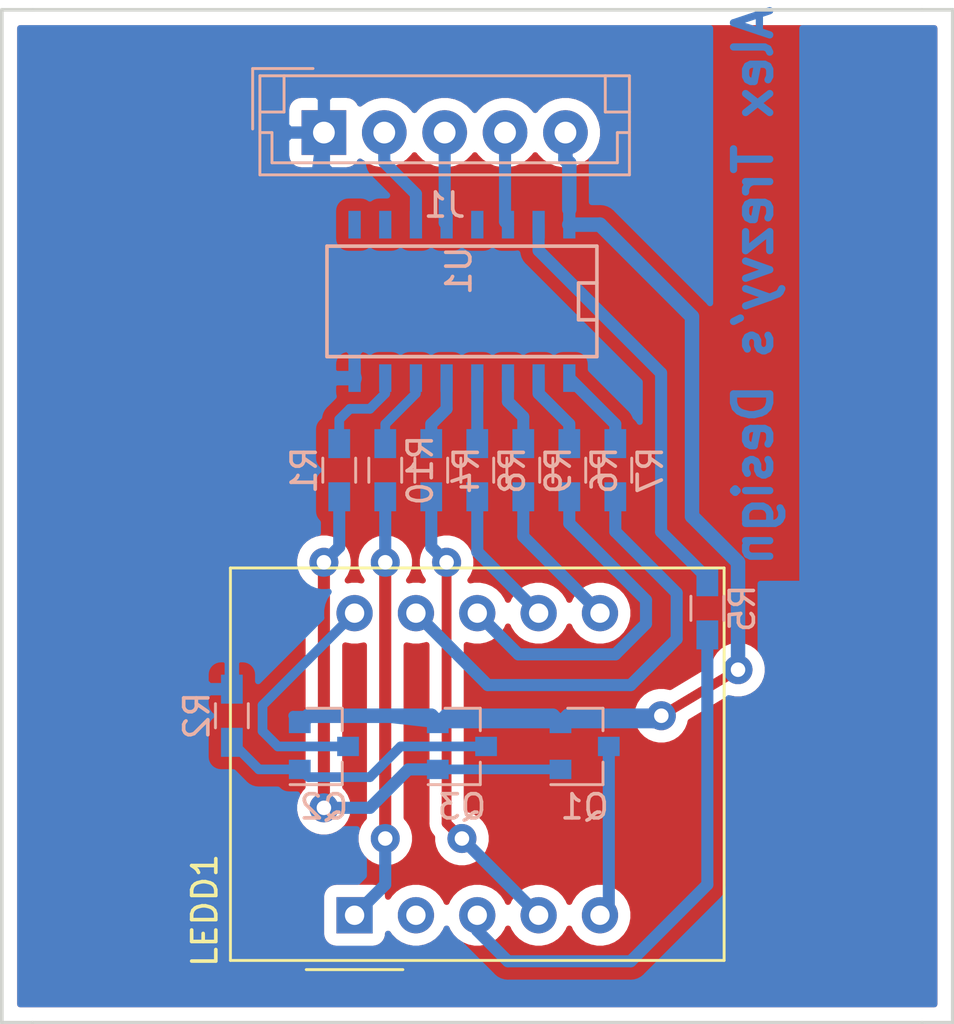
<source format=kicad_pcb>
(kicad_pcb (version 20171130) (host pcbnew 5.1.4-e60b266~84~ubuntu16.04.1)

  (general
    (thickness 1.6)
    (drawings 9)
    (tracks 131)
    (zones 0)
    (modules 15)
    (nets 29)
  )

  (page A4)
  (title_block
    (title "2x7-segment LED display multiplexing")
  )

  (layers
    (0 F.Cu signal)
    (31 B.Cu signal)
    (32 B.Adhes user hide)
    (33 F.Adhes user hide)
    (34 B.Paste user hide)
    (35 F.Paste user hide)
    (36 B.SilkS user)
    (37 F.SilkS user)
    (38 B.Mask user)
    (39 F.Mask user)
    (40 Dwgs.User user)
    (41 Cmts.User user)
    (42 Eco1.User user)
    (43 Eco2.User user)
    (44 Edge.Cuts user)
    (45 Margin user)
    (46 B.CrtYd user)
    (47 F.CrtYd user)
    (48 B.Fab user)
    (49 F.Fab user)
  )

  (setup
    (last_trace_width 0.5)
    (user_trace_width 0.4)
    (user_trace_width 0.5)
    (trace_clearance 0.2)
    (zone_clearance 0.508)
    (zone_45_only yes)
    (trace_min 0.4)
    (via_size 0.6)
    (via_drill 0.4)
    (via_min_size 0.6)
    (via_min_drill 0.3)
    (user_via 1.2 0.6)
    (uvia_size 0.3)
    (uvia_drill 0.1)
    (uvias_allowed no)
    (uvia_min_size 0.2)
    (uvia_min_drill 0.1)
    (edge_width 0.15)
    (segment_width 0.2)
    (pcb_text_width 0.3)
    (pcb_text_size 1.5 1.5)
    (mod_edge_width 0.15)
    (mod_text_size 1 1)
    (mod_text_width 0.15)
    (pad_size 1.524 1.524)
    (pad_drill 0.762)
    (pad_to_mask_clearance 0.2)
    (aux_axis_origin 0 0)
    (visible_elements FFFFFF7F)
    (pcbplotparams
      (layerselection 0x00030_80000001)
      (usegerberextensions false)
      (usegerberattributes false)
      (usegerberadvancedattributes false)
      (creategerberjobfile false)
      (excludeedgelayer true)
      (linewidth 0.100000)
      (plotframeref false)
      (viasonmask false)
      (mode 1)
      (useauxorigin false)
      (hpglpennumber 1)
      (hpglpenspeed 20)
      (hpglpendiameter 15.000000)
      (psnegative false)
      (psa4output false)
      (plotreference true)
      (plotvalue true)
      (plotinvisibletext false)
      (padsonsilk false)
      (subtractmaskfromsilk false)
      (outputformat 1)
      (mirror false)
      (drillshape 0)
      (scaleselection 1)
      (outputdirectory ""))
  )

  (net 0 "")
  (net 1 GND)
  (net 2 "Net-(J1-Pad2)")
  (net 3 "Net-(J1-Pad3)")
  (net 4 "Net-(J1-Pad4)")
  (net 5 VCC)
  (net 6 "Net-(LEDD1-Pad1)")
  (net 7 "Net-(LEDD1-Pad2)")
  (net 8 "Net-(LEDD1-Pad3)")
  (net 9 "Net-(LEDD1-Pad4)")
  (net 10 "Net-(LEDD1-Pad5)")
  (net 11 "Net-(LEDD1-Pad6)")
  (net 12 "Net-(LEDD1-Pad7)")
  (net 13 "Net-(LEDD1-Pad8)")
  (net 14 "Net-(LEDD1-Pad9)")
  (net 15 "Net-(LEDD1-Pad10)")
  (net 16 "Net-(Q1-Pad1)")
  (net 17 "Net-(Q2-Pad1)")
  (net 18 "Net-(R1-Pad1)")
  (net 19 "Net-(R4-Pad2)")
  (net 20 "Net-(R5-Pad2)")
  (net 21 "Net-(R6-Pad2)")
  (net 22 "Net-(R7-Pad2)")
  (net 23 "Net-(R8-Pad2)")
  (net 24 "Net-(R9-Pad2)")
  (net 25 "Net-(R10-Pad2)")
  (net 26 "Net-(U1-Pad13)")
  (net 27 "Net-(U1-Pad10)")
  (net 28 "Net-(U1-Pad9)")

  (net_class Default "This is the default net class."
    (clearance 0.2)
    (trace_width 0.5)
    (via_dia 0.6)
    (via_drill 0.4)
    (uvia_dia 0.3)
    (uvia_drill 0.1)
    (diff_pair_width 0.4)
    (diff_pair_gap 0.25)
    (add_net "Net-(J1-Pad2)")
    (add_net "Net-(J1-Pad3)")
    (add_net "Net-(J1-Pad4)")
    (add_net "Net-(LEDD1-Pad1)")
    (add_net "Net-(LEDD1-Pad10)")
    (add_net "Net-(LEDD1-Pad2)")
    (add_net "Net-(LEDD1-Pad3)")
    (add_net "Net-(LEDD1-Pad4)")
    (add_net "Net-(LEDD1-Pad5)")
    (add_net "Net-(LEDD1-Pad6)")
    (add_net "Net-(LEDD1-Pad7)")
    (add_net "Net-(LEDD1-Pad8)")
    (add_net "Net-(LEDD1-Pad9)")
    (add_net "Net-(Q1-Pad1)")
    (add_net "Net-(Q2-Pad1)")
    (add_net "Net-(R1-Pad1)")
    (add_net "Net-(R10-Pad2)")
    (add_net "Net-(R4-Pad2)")
    (add_net "Net-(R5-Pad2)")
    (add_net "Net-(R6-Pad2)")
    (add_net "Net-(R7-Pad2)")
    (add_net "Net-(R8-Pad2)")
    (add_net "Net-(R9-Pad2)")
    (add_net "Net-(U1-Pad10)")
    (add_net "Net-(U1-Pad13)")
    (add_net "Net-(U1-Pad9)")
  )

  (net_class power ""
    (clearance 0.2)
    (trace_width 0.6)
    (via_dia 0.6)
    (via_drill 0.4)
    (uvia_dia 0.3)
    (uvia_drill 0.1)
    (diff_pair_width 0.4)
    (diff_pair_gap 0.25)
    (add_net GND)
    (add_net VCC)
  )

  (module Connectors_JST:JST_EH_B05B-EH-A_05x2.50mm_Straight (layer B.Cu) (tedit 58A3B0B5) (tstamp 59C29FC0)
    (at 201.93 121.285)
    (descr "JST EH series connector, B05B-EH-A, 2.50mm pitch, top entry")
    (tags "connector jst eh top vertical straight")
    (path /59C21566)
    (fp_text reference J1 (at 5 3) (layer B.SilkS)
      (effects (font (size 1 1) (thickness 0.15)) (justify mirror))
    )
    (fp_text value CONN_01X05 (at 5 -3.5) (layer B.Fab)
      (effects (font (size 1 1) (thickness 0.15)) (justify mirror))
    )
    (fp_text user %R (at 5 3) (layer B.Fab)
      (effects (font (size 1 1) (thickness 0.15)) (justify mirror))
    )
    (fp_line (start -2.5 1.6) (end -2.5 -2.2) (layer B.Fab) (width 0.1))
    (fp_line (start -2.5 -2.2) (end 12.5 -2.2) (layer B.Fab) (width 0.1))
    (fp_line (start 12.5 -2.2) (end 12.5 1.6) (layer B.Fab) (width 0.1))
    (fp_line (start 12.5 1.6) (end -2.5 1.6) (layer B.Fab) (width 0.1))
    (fp_line (start -2.65 1.75) (end -2.65 -2.35) (layer B.SilkS) (width 0.12))
    (fp_line (start -2.65 -2.35) (end 12.65 -2.35) (layer B.SilkS) (width 0.12))
    (fp_line (start 12.65 -2.35) (end 12.65 1.75) (layer B.SilkS) (width 0.12))
    (fp_line (start 12.65 1.75) (end -2.65 1.75) (layer B.SilkS) (width 0.12))
    (fp_line (start -2.65 0) (end -2.15 0) (layer B.SilkS) (width 0.12))
    (fp_line (start -2.15 0) (end -2.15 1.25) (layer B.SilkS) (width 0.12))
    (fp_line (start -2.15 1.25) (end 12.15 1.25) (layer B.SilkS) (width 0.12))
    (fp_line (start 12.15 1.25) (end 12.15 0) (layer B.SilkS) (width 0.12))
    (fp_line (start 12.15 0) (end 12.65 0) (layer B.SilkS) (width 0.12))
    (fp_line (start -2.65 -0.85) (end -1.65 -0.85) (layer B.SilkS) (width 0.12))
    (fp_line (start -1.65 -0.85) (end -1.65 -2.35) (layer B.SilkS) (width 0.12))
    (fp_line (start 12.65 -0.85) (end 11.65 -0.85) (layer B.SilkS) (width 0.12))
    (fp_line (start 11.65 -0.85) (end 11.65 -2.35) (layer B.SilkS) (width 0.12))
    (fp_line (start -2.95 -0.15) (end -2.95 -2.65) (layer B.SilkS) (width 0.12))
    (fp_line (start -2.95 -2.65) (end -0.45 -2.65) (layer B.SilkS) (width 0.12))
    (fp_line (start -2.95 -0.15) (end -2.95 -2.65) (layer B.Fab) (width 0.1))
    (fp_line (start -2.95 -2.65) (end -0.45 -2.65) (layer B.Fab) (width 0.1))
    (fp_line (start -3.15 2.25) (end -3.15 -2.85) (layer B.CrtYd) (width 0.05))
    (fp_line (start -3.15 -2.85) (end 13.15 -2.85) (layer B.CrtYd) (width 0.05))
    (fp_line (start 13.15 -2.85) (end 13.15 2.25) (layer B.CrtYd) (width 0.05))
    (fp_line (start 13.15 2.25) (end -3.15 2.25) (layer B.CrtYd) (width 0.05))
    (pad 1 thru_hole rect (at 0 0) (size 1.85 1.85) (drill 0.9) (layers *.Cu *.Mask)
      (net 1 GND))
    (pad 2 thru_hole circle (at 2.5 0) (size 1.85 1.85) (drill 0.9) (layers *.Cu *.Mask)
      (net 2 "Net-(J1-Pad2)"))
    (pad 3 thru_hole circle (at 5 0) (size 1.85 1.85) (drill 0.9) (layers *.Cu *.Mask)
      (net 3 "Net-(J1-Pad3)"))
    (pad 4 thru_hole circle (at 7.5 0) (size 1.85 1.85) (drill 0.9) (layers *.Cu *.Mask)
      (net 4 "Net-(J1-Pad4)"))
    (pad 5 thru_hole circle (at 10 0) (size 1.85 1.85) (drill 0.9) (layers *.Cu *.Mask)
      (net 5 VCC))
    (model Connectors_JST.3dshapes/JST_EH_B05B-EH-A_05x2.50mm_Straight.wrl
      (at (xyz 0 0 0))
      (scale (xyz 1 1 1))
      (rotate (xyz 0 0 0))
    )
  )

  (module Displays_7-Segment:ELD_426XXXX (layer F.Cu) (tedit 59786E08) (tstamp 59C29FDF)
    (at 203.2 153.67 90)
    (descr http://www.everlight.com/file/ProductFile/D426SYGWA-S530-E2.pdf)
    (tags "Double digit 7 segment brilliant yellow green LED")
    (path /59BBEC57)
    (fp_text reference LEDD1 (at 0.2 -6.2 90) (layer F.SilkS)
      (effects (font (size 1 1) (thickness 0.15)))
    )
    (fp_text value ELD-426x (at 3.2 16.4 90) (layer F.Fab)
      (effects (font (size 1 1) (thickness 0.15)))
    )
    (fp_line (start -0.75 0) (end -1.75 -1) (layer F.Fab) (width 0.1))
    (fp_line (start -1.75 -1) (end -1.75 -5.02) (layer F.Fab) (width 0.1))
    (fp_line (start -2.25 -2) (end -2.25 2) (layer F.SilkS) (width 0.12))
    (fp_line (start -2 -5.27) (end 14.5 -5.27) (layer F.CrtYd) (width 0.05))
    (fp_line (start 14.5 -5.27) (end 14.5 15.43) (layer F.CrtYd) (width 0.05))
    (fp_line (start 14.5 15.43) (end -2 15.43) (layer F.CrtYd) (width 0.05))
    (fp_line (start -2 15.43) (end -2 -5.27) (layer F.CrtYd) (width 0.05))
    (fp_line (start -1.75 1) (end -0.75 0) (layer F.Fab) (width 0.1))
    (fp_line (start -1.87 -5.14) (end 14.37 -5.14) (layer F.SilkS) (width 0.12))
    (fp_line (start 14.37 -5.14) (end 14.37 15.3) (layer F.SilkS) (width 0.12))
    (fp_line (start 14.37 15.3) (end -1.87 15.3) (layer F.SilkS) (width 0.12))
    (fp_line (start -1.87 15.3) (end -1.87 -5.14) (layer F.SilkS) (width 0.12))
    (fp_line (start -1.75 -5.02) (end 14.25 -5.02) (layer F.Fab) (width 0.1))
    (fp_line (start 14.25 -5.02) (end 14.25 15.18) (layer F.Fab) (width 0.1))
    (fp_line (start 14.25 15.18) (end -1.75 15.18) (layer F.Fab) (width 0.1))
    (fp_line (start -1.75 15.18) (end -1.75 1) (layer F.Fab) (width 0.1))
    (fp_text user %R (at 7 5 90) (layer F.Fab)
      (effects (font (size 1 1) (thickness 0.15)))
    )
    (pad 1 thru_hole rect (at 0 0 90) (size 1.5 1.5) (drill 0.8) (layers *.Cu *.Mask)
      (net 6 "Net-(LEDD1-Pad1)"))
    (pad 2 thru_hole circle (at 0 2.54 90) (size 1.5 1.5) (drill 0.8) (layers *.Cu *.Mask)
      (net 7 "Net-(LEDD1-Pad2)"))
    (pad 3 thru_hole circle (at 0 5.08 90) (size 1.5 1.5) (drill 0.8) (layers *.Cu *.Mask)
      (net 8 "Net-(LEDD1-Pad3)"))
    (pad 4 thru_hole circle (at 0 7.62 90) (size 1.5 1.5) (drill 0.8) (layers *.Cu *.Mask)
      (net 9 "Net-(LEDD1-Pad4)"))
    (pad 5 thru_hole circle (at 0 10.16 90) (size 1.5 1.5) (drill 0.8) (layers *.Cu *.Mask)
      (net 10 "Net-(LEDD1-Pad5)"))
    (pad 6 thru_hole circle (at 12.5 10.16 90) (size 1.5 1.5) (drill 0.8) (layers *.Cu *.Mask)
      (net 11 "Net-(LEDD1-Pad6)"))
    (pad 7 thru_hole circle (at 12.5 7.62 90) (size 1.5 1.5) (drill 0.8) (layers *.Cu *.Mask)
      (net 12 "Net-(LEDD1-Pad7)"))
    (pad 8 thru_hole circle (at 12.5 5.08 90) (size 1.5 1.5) (drill 0.8) (layers *.Cu *.Mask)
      (net 13 "Net-(LEDD1-Pad8)"))
    (pad 9 thru_hole circle (at 12.5 2.54 90) (size 1.5 1.5) (drill 0.8) (layers *.Cu *.Mask)
      (net 14 "Net-(LEDD1-Pad9)"))
    (pad 10 thru_hole circle (at 12.5 0 90) (size 1.5 1.5) (drill 0.8) (layers *.Cu *.Mask)
      (net 15 "Net-(LEDD1-Pad10)"))
    (model ${KISYS3DMOD}/Displays_7-Segment.3dshapes/ELD_426XXXX.wrl
      (at (xyz 0 0 0))
      (scale (xyz 1 1 1))
      (rotate (xyz 0 0 0))
    )
  )

  (module TO_SOT_Packages_SMD:SOT-23 (layer B.Cu) (tedit 58CE4E7E) (tstamp 59C29FF4)
    (at 212.725 146.685)
    (descr "SOT-23, Standard")
    (tags SOT-23)
    (path /59BEDF52)
    (attr smd)
    (fp_text reference Q1 (at 0 2.5) (layer B.SilkS)
      (effects (font (size 1 1) (thickness 0.15)) (justify mirror))
    )
    (fp_text value 3906 (at 0 -2.5) (layer B.Fab)
      (effects (font (size 1 1) (thickness 0.15)) (justify mirror))
    )
    (fp_text user %R (at 0 0 270) (layer B.Fab)
      (effects (font (size 0.5 0.5) (thickness 0.075)) (justify mirror))
    )
    (fp_line (start -0.7 0.95) (end -0.7 -1.5) (layer B.Fab) (width 0.1))
    (fp_line (start -0.15 1.52) (end 0.7 1.52) (layer B.Fab) (width 0.1))
    (fp_line (start -0.7 0.95) (end -0.15 1.52) (layer B.Fab) (width 0.1))
    (fp_line (start 0.7 1.52) (end 0.7 -1.52) (layer B.Fab) (width 0.1))
    (fp_line (start -0.7 -1.52) (end 0.7 -1.52) (layer B.Fab) (width 0.1))
    (fp_line (start 0.76 -1.58) (end 0.76 -0.65) (layer B.SilkS) (width 0.12))
    (fp_line (start 0.76 1.58) (end 0.76 0.65) (layer B.SilkS) (width 0.12))
    (fp_line (start -1.7 1.75) (end 1.7 1.75) (layer B.CrtYd) (width 0.05))
    (fp_line (start 1.7 1.75) (end 1.7 -1.75) (layer B.CrtYd) (width 0.05))
    (fp_line (start 1.7 -1.75) (end -1.7 -1.75) (layer B.CrtYd) (width 0.05))
    (fp_line (start -1.7 -1.75) (end -1.7 1.75) (layer B.CrtYd) (width 0.05))
    (fp_line (start 0.76 1.58) (end -1.4 1.58) (layer B.SilkS) (width 0.12))
    (fp_line (start 0.76 -1.58) (end -0.7 -1.58) (layer B.SilkS) (width 0.12))
    (pad 1 smd rect (at -1 0.95) (size 0.9 0.8) (layers B.Cu B.Paste B.Mask)
      (net 16 "Net-(Q1-Pad1)"))
    (pad 2 smd rect (at -1 -0.95) (size 0.9 0.8) (layers B.Cu B.Paste B.Mask)
      (net 5 VCC))
    (pad 3 smd rect (at 1 0) (size 0.9 0.8) (layers B.Cu B.Paste B.Mask)
      (net 10 "Net-(LEDD1-Pad5)"))
    (model ${KISYS3DMOD}/TO_SOT_Packages_SMD.3dshapes/SOT-23.wrl
      (at (xyz 0 0 0))
      (scale (xyz 1 1 1))
      (rotate (xyz 0 0 0))
    )
  )

  (module TO_SOT_Packages_SMD:SOT-23 (layer B.Cu) (tedit 58CE4E7E) (tstamp 59C2A009)
    (at 201.93 146.685)
    (descr "SOT-23, Standard")
    (tags SOT-23)
    (path /59BEDEE3)
    (attr smd)
    (fp_text reference Q2 (at 0 2.5) (layer B.SilkS)
      (effects (font (size 1 1) (thickness 0.15)) (justify mirror))
    )
    (fp_text value 3906 (at 0 -2.5) (layer B.Fab)
      (effects (font (size 1 1) (thickness 0.15)) (justify mirror))
    )
    (fp_text user %R (at 0 0 270) (layer B.Fab)
      (effects (font (size 0.5 0.5) (thickness 0.075)) (justify mirror))
    )
    (fp_line (start -0.7 0.95) (end -0.7 -1.5) (layer B.Fab) (width 0.1))
    (fp_line (start -0.15 1.52) (end 0.7 1.52) (layer B.Fab) (width 0.1))
    (fp_line (start -0.7 0.95) (end -0.15 1.52) (layer B.Fab) (width 0.1))
    (fp_line (start 0.7 1.52) (end 0.7 -1.52) (layer B.Fab) (width 0.1))
    (fp_line (start -0.7 -1.52) (end 0.7 -1.52) (layer B.Fab) (width 0.1))
    (fp_line (start 0.76 -1.58) (end 0.76 -0.65) (layer B.SilkS) (width 0.12))
    (fp_line (start 0.76 1.58) (end 0.76 0.65) (layer B.SilkS) (width 0.12))
    (fp_line (start -1.7 1.75) (end 1.7 1.75) (layer B.CrtYd) (width 0.05))
    (fp_line (start 1.7 1.75) (end 1.7 -1.75) (layer B.CrtYd) (width 0.05))
    (fp_line (start 1.7 -1.75) (end -1.7 -1.75) (layer B.CrtYd) (width 0.05))
    (fp_line (start -1.7 -1.75) (end -1.7 1.75) (layer B.CrtYd) (width 0.05))
    (fp_line (start 0.76 1.58) (end -1.4 1.58) (layer B.SilkS) (width 0.12))
    (fp_line (start 0.76 -1.58) (end -0.7 -1.58) (layer B.SilkS) (width 0.12))
    (pad 1 smd rect (at -1 0.95) (size 0.9 0.8) (layers B.Cu B.Paste B.Mask)
      (net 17 "Net-(Q2-Pad1)"))
    (pad 2 smd rect (at -1 -0.95) (size 0.9 0.8) (layers B.Cu B.Paste B.Mask)
      (net 5 VCC))
    (pad 3 smd rect (at 1 0) (size 0.9 0.8) (layers B.Cu B.Paste B.Mask)
      (net 15 "Net-(LEDD1-Pad10)"))
    (model ${KISYS3DMOD}/TO_SOT_Packages_SMD.3dshapes/SOT-23.wrl
      (at (xyz 0 0 0))
      (scale (xyz 1 1 1))
      (rotate (xyz 0 0 0))
    )
  )

  (module TO_SOT_Packages_SMD:SOT-23 (layer B.Cu) (tedit 58CE4E7E) (tstamp 59C2A01E)
    (at 207.645 146.685)
    (descr "SOT-23, Standard")
    (tags SOT-23)
    (path /59BFF52E)
    (attr smd)
    (fp_text reference Q3 (at 0 2.5) (layer B.SilkS)
      (effects (font (size 1 1) (thickness 0.15)) (justify mirror))
    )
    (fp_text value 3906 (at 0 -2.5) (layer B.Fab)
      (effects (font (size 1 1) (thickness 0.15)) (justify mirror))
    )
    (fp_text user %R (at 0 0 270) (layer B.Fab)
      (effects (font (size 0.5 0.5) (thickness 0.075)) (justify mirror))
    )
    (fp_line (start -0.7 0.95) (end -0.7 -1.5) (layer B.Fab) (width 0.1))
    (fp_line (start -0.15 1.52) (end 0.7 1.52) (layer B.Fab) (width 0.1))
    (fp_line (start -0.7 0.95) (end -0.15 1.52) (layer B.Fab) (width 0.1))
    (fp_line (start 0.7 1.52) (end 0.7 -1.52) (layer B.Fab) (width 0.1))
    (fp_line (start -0.7 -1.52) (end 0.7 -1.52) (layer B.Fab) (width 0.1))
    (fp_line (start 0.76 -1.58) (end 0.76 -0.65) (layer B.SilkS) (width 0.12))
    (fp_line (start 0.76 1.58) (end 0.76 0.65) (layer B.SilkS) (width 0.12))
    (fp_line (start -1.7 1.75) (end 1.7 1.75) (layer B.CrtYd) (width 0.05))
    (fp_line (start 1.7 1.75) (end 1.7 -1.75) (layer B.CrtYd) (width 0.05))
    (fp_line (start 1.7 -1.75) (end -1.7 -1.75) (layer B.CrtYd) (width 0.05))
    (fp_line (start -1.7 -1.75) (end -1.7 1.75) (layer B.CrtYd) (width 0.05))
    (fp_line (start 0.76 1.58) (end -1.4 1.58) (layer B.SilkS) (width 0.12))
    (fp_line (start 0.76 -1.58) (end -0.7 -1.58) (layer B.SilkS) (width 0.12))
    (pad 1 smd rect (at -1 0.95) (size 0.9 0.8) (layers B.Cu B.Paste B.Mask)
      (net 16 "Net-(Q1-Pad1)"))
    (pad 2 smd rect (at -1 -0.95) (size 0.9 0.8) (layers B.Cu B.Paste B.Mask)
      (net 5 VCC))
    (pad 3 smd rect (at 1 0) (size 0.9 0.8) (layers B.Cu B.Paste B.Mask)
      (net 17 "Net-(Q2-Pad1)"))
    (model ${KISYS3DMOD}/TO_SOT_Packages_SMD.3dshapes/SOT-23.wrl
      (at (xyz 0 0 0))
      (scale (xyz 1 1 1))
      (rotate (xyz 0 0 0))
    )
  )

  (module Resistors_SMD:R_0603_HandSoldering (layer B.Cu) (tedit 58E0A804) (tstamp 59C2A02F)
    (at 202.565 135.255 270)
    (descr "Resistor SMD 0603, hand soldering")
    (tags "resistor 0603")
    (path /59BEEE5A)
    (attr smd)
    (fp_text reference R1 (at 0 1.45 270) (layer B.SilkS)
      (effects (font (size 1 1) (thickness 0.15)) (justify mirror))
    )
    (fp_text value 2k7 (at 0 -1.55 270) (layer B.Fab)
      (effects (font (size 1 1) (thickness 0.15)) (justify mirror))
    )
    (fp_text user %R (at 0 0 270) (layer B.Fab)
      (effects (font (size 0.4 0.4) (thickness 0.075)) (justify mirror))
    )
    (fp_line (start -0.8 -0.4) (end -0.8 0.4) (layer B.Fab) (width 0.1))
    (fp_line (start 0.8 -0.4) (end -0.8 -0.4) (layer B.Fab) (width 0.1))
    (fp_line (start 0.8 0.4) (end 0.8 -0.4) (layer B.Fab) (width 0.1))
    (fp_line (start -0.8 0.4) (end 0.8 0.4) (layer B.Fab) (width 0.1))
    (fp_line (start 0.5 -0.68) (end -0.5 -0.68) (layer B.SilkS) (width 0.12))
    (fp_line (start -0.5 0.68) (end 0.5 0.68) (layer B.SilkS) (width 0.12))
    (fp_line (start -1.96 0.7) (end 1.95 0.7) (layer B.CrtYd) (width 0.05))
    (fp_line (start -1.96 0.7) (end -1.96 -0.7) (layer B.CrtYd) (width 0.05))
    (fp_line (start 1.95 -0.7) (end 1.95 0.7) (layer B.CrtYd) (width 0.05))
    (fp_line (start 1.95 -0.7) (end -1.96 -0.7) (layer B.CrtYd) (width 0.05))
    (pad 1 smd rect (at -1.1 0 270) (size 1.2 0.9) (layers B.Cu B.Paste B.Mask)
      (net 18 "Net-(R1-Pad1)"))
    (pad 2 smd rect (at 1.1 0 270) (size 1.2 0.9) (layers B.Cu B.Paste B.Mask)
      (net 16 "Net-(Q1-Pad1)"))
    (model ${KISYS3DMOD}/Resistors_SMD.3dshapes/R_0603.wrl
      (at (xyz 0 0 0))
      (scale (xyz 1 1 1))
      (rotate (xyz 0 0 0))
    )
  )

  (module Resistors_SMD:R_0603_HandSoldering (layer B.Cu) (tedit 58E0A804) (tstamp 59C2A040)
    (at 198.12 145.415 270)
    (descr "Resistor SMD 0603, hand soldering")
    (tags "resistor 0603")
    (path /59BBF335)
    (attr smd)
    (fp_text reference R2 (at 0 1.45 270) (layer B.SilkS)
      (effects (font (size 1 1) (thickness 0.15)) (justify mirror))
    )
    (fp_text value 4k7 (at 0 -1.55 270) (layer B.Fab)
      (effects (font (size 1 1) (thickness 0.15)) (justify mirror))
    )
    (fp_text user %R (at 0 0 270) (layer B.Fab)
      (effects (font (size 0.4 0.4) (thickness 0.075)) (justify mirror))
    )
    (fp_line (start -0.8 -0.4) (end -0.8 0.4) (layer B.Fab) (width 0.1))
    (fp_line (start 0.8 -0.4) (end -0.8 -0.4) (layer B.Fab) (width 0.1))
    (fp_line (start 0.8 0.4) (end 0.8 -0.4) (layer B.Fab) (width 0.1))
    (fp_line (start -0.8 0.4) (end 0.8 0.4) (layer B.Fab) (width 0.1))
    (fp_line (start 0.5 -0.68) (end -0.5 -0.68) (layer B.SilkS) (width 0.12))
    (fp_line (start -0.5 0.68) (end 0.5 0.68) (layer B.SilkS) (width 0.12))
    (fp_line (start -1.96 0.7) (end 1.95 0.7) (layer B.CrtYd) (width 0.05))
    (fp_line (start -1.96 0.7) (end -1.96 -0.7) (layer B.CrtYd) (width 0.05))
    (fp_line (start 1.95 -0.7) (end 1.95 0.7) (layer B.CrtYd) (width 0.05))
    (fp_line (start 1.95 -0.7) (end -1.96 -0.7) (layer B.CrtYd) (width 0.05))
    (pad 1 smd rect (at -1.1 0 270) (size 1.2 0.9) (layers B.Cu B.Paste B.Mask)
      (net 1 GND))
    (pad 2 smd rect (at 1.1 0 270) (size 1.2 0.9) (layers B.Cu B.Paste B.Mask)
      (net 17 "Net-(Q2-Pad1)"))
    (model ${KISYS3DMOD}/Resistors_SMD.3dshapes/R_0603.wrl
      (at (xyz 0 0 0))
      (scale (xyz 1 1 1))
      (rotate (xyz 0 0 0))
    )
  )

  (module Resistors_SMD:R_0603_HandSoldering (layer B.Cu) (tedit 59C2B4E5) (tstamp 59C2A051)
    (at 206.375 135.255 90)
    (descr "Resistor SMD 0603, hand soldering")
    (tags "resistor 0603")
    (path /59BC1323)
    (attr smd)
    (fp_text reference R4 (at 0 1.45 90) (layer B.SilkS)
      (effects (font (size 1 1) (thickness 0.15)) (justify mirror))
    )
    (fp_text value 330 (at 0 -1.55 90) (layer B.Fab)
      (effects (font (size 1 1) (thickness 0.15)) (justify mirror))
    )
    (fp_text user %R (at 0 0 180) (layer B.Fab)
      (effects (font (size 0.4 0.4) (thickness 0.075)) (justify mirror))
    )
    (fp_line (start -0.8 -0.4) (end -0.8 0.4) (layer B.Fab) (width 0.1))
    (fp_line (start 0.8 -0.4) (end -0.8 -0.4) (layer B.Fab) (width 0.1))
    (fp_line (start 0.8 0.4) (end 0.8 -0.4) (layer B.Fab) (width 0.1))
    (fp_line (start -0.8 0.4) (end 0.8 0.4) (layer B.Fab) (width 0.1))
    (fp_line (start 0.5 -0.68) (end -0.5 -0.68) (layer B.SilkS) (width 0.12))
    (fp_line (start -0.5 0.68) (end 0.5 0.68) (layer B.SilkS) (width 0.12))
    (fp_line (start -1.96 0.7) (end 1.95 0.7) (layer B.CrtYd) (width 0.05))
    (fp_line (start -1.96 0.7) (end -1.96 -0.7) (layer B.CrtYd) (width 0.05))
    (fp_line (start 1.95 -0.7) (end 1.95 0.7) (layer B.CrtYd) (width 0.05))
    (fp_line (start 1.95 -0.7) (end -1.96 -0.7) (layer B.CrtYd) (width 0.05))
    (pad 1 smd rect (at -1.1 0 90) (size 1.2 0.9) (layers B.Cu B.Paste B.Mask)
      (net 9 "Net-(LEDD1-Pad4)"))
    (pad 2 smd rect (at 1.1 0 90) (size 1.2 0.9) (layers B.Cu B.Paste B.Mask)
      (net 19 "Net-(R4-Pad2)"))
    (model ${KISYS3DMOD}/Resistors_SMD.3dshapes/R_0603.wrl
      (at (xyz 0 0 0))
      (scale (xyz 1 1 1))
      (rotate (xyz 0 0 0))
    )
  )

  (module Resistors_SMD:R_0603_HandSoldering (layer B.Cu) (tedit 59C2B834) (tstamp 59C2A062)
    (at 217.805 140.97 90)
    (descr "Resistor SMD 0603, hand soldering")
    (tags "resistor 0603")
    (path /59BC1220)
    (attr smd)
    (fp_text reference R5 (at 0 1.45 90) (layer B.SilkS)
      (effects (font (size 1 1) (thickness 0.15)) (justify mirror))
    )
    (fp_text value 330 (at 0 -1.55 270) (layer B.Fab)
      (effects (font (size 1 1) (thickness 0.15)) (justify mirror))
    )
    (fp_text user %R (at 0 0 180) (layer B.Fab)
      (effects (font (size 0.4 0.4) (thickness 0.075)) (justify mirror))
    )
    (fp_line (start -0.8 -0.4) (end -0.8 0.4) (layer B.Fab) (width 0.1))
    (fp_line (start 0.8 -0.4) (end -0.8 -0.4) (layer B.Fab) (width 0.1))
    (fp_line (start 0.8 0.4) (end 0.8 -0.4) (layer B.Fab) (width 0.1))
    (fp_line (start -0.8 0.4) (end 0.8 0.4) (layer B.Fab) (width 0.1))
    (fp_line (start 0.5 -0.68) (end -0.5 -0.68) (layer B.SilkS) (width 0.12))
    (fp_line (start -0.5 0.68) (end 0.5 0.68) (layer B.SilkS) (width 0.12))
    (fp_line (start -1.96 0.7) (end 1.95 0.7) (layer B.CrtYd) (width 0.05))
    (fp_line (start -1.96 0.7) (end -1.96 -0.7) (layer B.CrtYd) (width 0.05))
    (fp_line (start 1.95 -0.7) (end 1.95 0.7) (layer B.CrtYd) (width 0.05))
    (fp_line (start 1.95 -0.7) (end -1.96 -0.7) (layer B.CrtYd) (width 0.05))
    (pad 1 smd rect (at -1.1 0 90) (size 1.2 0.9) (layers B.Cu B.Paste B.Mask)
      (net 8 "Net-(LEDD1-Pad3)"))
    (pad 2 smd rect (at 1.1 0 90) (size 1.2 0.9) (layers B.Cu B.Paste B.Mask)
      (net 20 "Net-(R5-Pad2)"))
    (model ${KISYS3DMOD}/Resistors_SMD.3dshapes/R_0603.wrl
      (at (xyz 0 0 0))
      (scale (xyz 1 1 1))
      (rotate (xyz 0 0 0))
    )
  )

  (module Resistors_SMD:R_0603_HandSoldering (layer B.Cu) (tedit 59C2B4D6) (tstamp 59C2A073)
    (at 212.09 135.255 90)
    (descr "Resistor SMD 0603, hand soldering")
    (tags "resistor 0603")
    (path /59BC13BA)
    (attr smd)
    (fp_text reference R6 (at 0 1.45 90) (layer B.SilkS)
      (effects (font (size 1 1) (thickness 0.15)) (justify mirror))
    )
    (fp_text value 330 (at 0 -1.55 90) (layer B.Fab)
      (effects (font (size 1 1) (thickness 0.15)) (justify mirror))
    )
    (fp_text user %R (at 0 0 270) (layer B.Fab)
      (effects (font (size 0.4 0.4) (thickness 0.075)) (justify mirror))
    )
    (fp_line (start -0.8 -0.4) (end -0.8 0.4) (layer B.Fab) (width 0.1))
    (fp_line (start 0.8 -0.4) (end -0.8 -0.4) (layer B.Fab) (width 0.1))
    (fp_line (start 0.8 0.4) (end 0.8 -0.4) (layer B.Fab) (width 0.1))
    (fp_line (start -0.8 0.4) (end 0.8 0.4) (layer B.Fab) (width 0.1))
    (fp_line (start 0.5 -0.68) (end -0.5 -0.68) (layer B.SilkS) (width 0.12))
    (fp_line (start -0.5 0.68) (end 0.5 0.68) (layer B.SilkS) (width 0.12))
    (fp_line (start -1.96 0.7) (end 1.95 0.7) (layer B.CrtYd) (width 0.05))
    (fp_line (start -1.96 0.7) (end -1.96 -0.7) (layer B.CrtYd) (width 0.05))
    (fp_line (start 1.95 -0.7) (end 1.95 0.7) (layer B.CrtYd) (width 0.05))
    (fp_line (start 1.95 -0.7) (end -1.96 -0.7) (layer B.CrtYd) (width 0.05))
    (pad 1 smd rect (at -1.1 0 90) (size 1.2 0.9) (layers B.Cu B.Paste B.Mask)
      (net 13 "Net-(LEDD1-Pad8)"))
    (pad 2 smd rect (at 1.1 0 90) (size 1.2 0.9) (layers B.Cu B.Paste B.Mask)
      (net 21 "Net-(R6-Pad2)"))
    (model ${KISYS3DMOD}/Resistors_SMD.3dshapes/R_0603.wrl
      (at (xyz 0 0 0))
      (scale (xyz 1 1 1))
      (rotate (xyz 0 0 0))
    )
  )

  (module Resistors_SMD:R_0603_HandSoldering (layer B.Cu) (tedit 58E0A804) (tstamp 59C2A084)
    (at 213.995 135.255 90)
    (descr "Resistor SMD 0603, hand soldering")
    (tags "resistor 0603")
    (path /59BC1461)
    (attr smd)
    (fp_text reference R7 (at 0 1.45 90) (layer B.SilkS)
      (effects (font (size 1 1) (thickness 0.15)) (justify mirror))
    )
    (fp_text value 330 (at 0 -1.55 90) (layer B.Fab)
      (effects (font (size 1 1) (thickness 0.15)) (justify mirror))
    )
    (fp_text user %R (at 0 0 90) (layer B.Fab)
      (effects (font (size 0.4 0.4) (thickness 0.075)) (justify mirror))
    )
    (fp_line (start -0.8 -0.4) (end -0.8 0.4) (layer B.Fab) (width 0.1))
    (fp_line (start 0.8 -0.4) (end -0.8 -0.4) (layer B.Fab) (width 0.1))
    (fp_line (start 0.8 0.4) (end 0.8 -0.4) (layer B.Fab) (width 0.1))
    (fp_line (start -0.8 0.4) (end 0.8 0.4) (layer B.Fab) (width 0.1))
    (fp_line (start 0.5 -0.68) (end -0.5 -0.68) (layer B.SilkS) (width 0.12))
    (fp_line (start -0.5 0.68) (end 0.5 0.68) (layer B.SilkS) (width 0.12))
    (fp_line (start -1.96 0.7) (end 1.95 0.7) (layer B.CrtYd) (width 0.05))
    (fp_line (start -1.96 0.7) (end -1.96 -0.7) (layer B.CrtYd) (width 0.05))
    (fp_line (start 1.95 -0.7) (end 1.95 0.7) (layer B.CrtYd) (width 0.05))
    (fp_line (start 1.95 -0.7) (end -1.96 -0.7) (layer B.CrtYd) (width 0.05))
    (pad 1 smd rect (at -1.1 0 90) (size 1.2 0.9) (layers B.Cu B.Paste B.Mask)
      (net 14 "Net-(LEDD1-Pad9)"))
    (pad 2 smd rect (at 1.1 0 90) (size 1.2 0.9) (layers B.Cu B.Paste B.Mask)
      (net 22 "Net-(R7-Pad2)"))
    (model ${KISYS3DMOD}/Resistors_SMD.3dshapes/R_0603.wrl
      (at (xyz 0 0 0))
      (scale (xyz 1 1 1))
      (rotate (xyz 0 0 0))
    )
  )

  (module Resistors_SMD:R_0603_HandSoldering (layer B.Cu) (tedit 58E0A804) (tstamp 59C2A095)
    (at 208.28 135.255 90)
    (descr "Resistor SMD 0603, hand soldering")
    (tags "resistor 0603")
    (path /59BC150A)
    (attr smd)
    (fp_text reference R8 (at 0 1.45 90) (layer B.SilkS)
      (effects (font (size 1 1) (thickness 0.15)) (justify mirror))
    )
    (fp_text value 330 (at 0 -1.55 90) (layer B.Fab)
      (effects (font (size 1 1) (thickness 0.15)) (justify mirror))
    )
    (fp_text user %R (at 0 0 90) (layer B.Fab)
      (effects (font (size 0.4 0.4) (thickness 0.075)) (justify mirror))
    )
    (fp_line (start -0.8 -0.4) (end -0.8 0.4) (layer B.Fab) (width 0.1))
    (fp_line (start 0.8 -0.4) (end -0.8 -0.4) (layer B.Fab) (width 0.1))
    (fp_line (start 0.8 0.4) (end 0.8 -0.4) (layer B.Fab) (width 0.1))
    (fp_line (start -0.8 0.4) (end 0.8 0.4) (layer B.Fab) (width 0.1))
    (fp_line (start 0.5 -0.68) (end -0.5 -0.68) (layer B.SilkS) (width 0.12))
    (fp_line (start -0.5 0.68) (end 0.5 0.68) (layer B.SilkS) (width 0.12))
    (fp_line (start -1.96 0.7) (end 1.95 0.7) (layer B.CrtYd) (width 0.05))
    (fp_line (start -1.96 0.7) (end -1.96 -0.7) (layer B.CrtYd) (width 0.05))
    (fp_line (start 1.95 -0.7) (end 1.95 0.7) (layer B.CrtYd) (width 0.05))
    (fp_line (start 1.95 -0.7) (end -1.96 -0.7) (layer B.CrtYd) (width 0.05))
    (pad 1 smd rect (at -1.1 0 90) (size 1.2 0.9) (layers B.Cu B.Paste B.Mask)
      (net 12 "Net-(LEDD1-Pad7)"))
    (pad 2 smd rect (at 1.1 0 90) (size 1.2 0.9) (layers B.Cu B.Paste B.Mask)
      (net 23 "Net-(R8-Pad2)"))
    (model ${KISYS3DMOD}/Resistors_SMD.3dshapes/R_0603.wrl
      (at (xyz 0 0 0))
      (scale (xyz 1 1 1))
      (rotate (xyz 0 0 0))
    )
  )

  (module Resistors_SMD:R_0603_HandSoldering (layer B.Cu) (tedit 58E0A804) (tstamp 59C2A0A6)
    (at 210.185 135.255 90)
    (descr "Resistor SMD 0603, hand soldering")
    (tags "resistor 0603")
    (path /59BC1597)
    (attr smd)
    (fp_text reference R9 (at 0 1.45 90) (layer B.SilkS)
      (effects (font (size 1 1) (thickness 0.15)) (justify mirror))
    )
    (fp_text value 330 (at 0 -1.55 90) (layer B.Fab)
      (effects (font (size 1 1) (thickness 0.15)) (justify mirror))
    )
    (fp_text user %R (at 0 0 90) (layer B.Fab)
      (effects (font (size 0.4 0.4) (thickness 0.075)) (justify mirror))
    )
    (fp_line (start -0.8 -0.4) (end -0.8 0.4) (layer B.Fab) (width 0.1))
    (fp_line (start 0.8 -0.4) (end -0.8 -0.4) (layer B.Fab) (width 0.1))
    (fp_line (start 0.8 0.4) (end 0.8 -0.4) (layer B.Fab) (width 0.1))
    (fp_line (start -0.8 0.4) (end 0.8 0.4) (layer B.Fab) (width 0.1))
    (fp_line (start 0.5 -0.68) (end -0.5 -0.68) (layer B.SilkS) (width 0.12))
    (fp_line (start -0.5 0.68) (end 0.5 0.68) (layer B.SilkS) (width 0.12))
    (fp_line (start -1.96 0.7) (end 1.95 0.7) (layer B.CrtYd) (width 0.05))
    (fp_line (start -1.96 0.7) (end -1.96 -0.7) (layer B.CrtYd) (width 0.05))
    (fp_line (start 1.95 -0.7) (end 1.95 0.7) (layer B.CrtYd) (width 0.05))
    (fp_line (start 1.95 -0.7) (end -1.96 -0.7) (layer B.CrtYd) (width 0.05))
    (pad 1 smd rect (at -1.1 0 90) (size 1.2 0.9) (layers B.Cu B.Paste B.Mask)
      (net 11 "Net-(LEDD1-Pad6)"))
    (pad 2 smd rect (at 1.1 0 90) (size 1.2 0.9) (layers B.Cu B.Paste B.Mask)
      (net 24 "Net-(R9-Pad2)"))
    (model ${KISYS3DMOD}/Resistors_SMD.3dshapes/R_0603.wrl
      (at (xyz 0 0 0))
      (scale (xyz 1 1 1))
      (rotate (xyz 0 0 0))
    )
  )

  (module Resistors_SMD:R_0603_HandSoldering (layer B.Cu) (tedit 59C2B517) (tstamp 59C2A0B7)
    (at 204.47 135.255 90)
    (descr "Resistor SMD 0603, hand soldering")
    (tags "resistor 0603")
    (path /59BC1862)
    (attr smd)
    (fp_text reference R10 (at 0 1.45 90) (layer B.SilkS)
      (effects (font (size 1 1) (thickness 0.15)) (justify mirror))
    )
    (fp_text value 330 (at 0 -1.55 90) (layer B.Fab)
      (effects (font (size 1 1) (thickness 0.15)) (justify mirror))
    )
    (fp_text user %R (at 0 0 180) (layer B.Fab)
      (effects (font (size 0.4 0.4) (thickness 0.075)) (justify mirror))
    )
    (fp_line (start -0.8 -0.4) (end -0.8 0.4) (layer B.Fab) (width 0.1))
    (fp_line (start 0.8 -0.4) (end -0.8 -0.4) (layer B.Fab) (width 0.1))
    (fp_line (start 0.8 0.4) (end 0.8 -0.4) (layer B.Fab) (width 0.1))
    (fp_line (start -0.8 0.4) (end 0.8 0.4) (layer B.Fab) (width 0.1))
    (fp_line (start 0.5 -0.68) (end -0.5 -0.68) (layer B.SilkS) (width 0.12))
    (fp_line (start -0.5 0.68) (end 0.5 0.68) (layer B.SilkS) (width 0.12))
    (fp_line (start -1.96 0.7) (end 1.95 0.7) (layer B.CrtYd) (width 0.05))
    (fp_line (start -1.96 0.7) (end -1.96 -0.7) (layer B.CrtYd) (width 0.05))
    (fp_line (start 1.95 -0.7) (end 1.95 0.7) (layer B.CrtYd) (width 0.05))
    (fp_line (start 1.95 -0.7) (end -1.96 -0.7) (layer B.CrtYd) (width 0.05))
    (pad 1 smd rect (at -1.1 0 90) (size 1.2 0.9) (layers B.Cu B.Paste B.Mask)
      (net 6 "Net-(LEDD1-Pad1)"))
    (pad 2 smd rect (at 1.1 0 90) (size 1.2 0.9) (layers B.Cu B.Paste B.Mask)
      (net 25 "Net-(R10-Pad2)"))
    (model ${KISYS3DMOD}/Resistors_SMD.3dshapes/R_0603.wrl
      (at (xyz 0 0 0))
      (scale (xyz 1 1 1))
      (rotate (xyz 0 0 0))
    )
  )

  (module SMD_Packages:SO-16-N (layer B.Cu) (tedit 59C2B308) (tstamp 59C2A0D2)
    (at 207.645 128.27 180)
    (descr "Module CMS SOJ 16 pins large")
    (tags "CMS SOJ")
    (path /59BEF1C5)
    (attr smd)
    (fp_text reference U1 (at 0.127 1.27 270) (layer B.SilkS)
      (effects (font (size 1 1) (thickness 0.15)) (justify mirror))
    )
    (fp_text value 74HC595 (at 0 -1.27 180) (layer B.Fab)
      (effects (font (size 1 1) (thickness 0.15)) (justify mirror))
    )
    (fp_line (start -5.588 0.762) (end -4.826 0.762) (layer B.SilkS) (width 0.15))
    (fp_line (start -4.826 0.762) (end -4.826 -0.762) (layer B.SilkS) (width 0.15))
    (fp_line (start -4.826 -0.762) (end -5.588 -0.762) (layer B.SilkS) (width 0.15))
    (fp_line (start 5.588 2.286) (end 5.588 -2.286) (layer B.SilkS) (width 0.15))
    (fp_line (start 5.588 -2.286) (end -5.588 -2.286) (layer B.SilkS) (width 0.15))
    (fp_line (start -5.588 -2.286) (end -5.588 2.286) (layer B.SilkS) (width 0.15))
    (fp_line (start -5.588 2.286) (end 5.588 2.286) (layer B.SilkS) (width 0.15))
    (pad 16 smd rect (at -4.445 3.175 180) (size 0.508 1.143) (layers B.Cu B.Paste B.Mask)
      (net 5 VCC))
    (pad 14 smd rect (at -1.905 3.175 180) (size 0.508 1.143) (layers B.Cu B.Paste B.Mask)
      (net 4 "Net-(J1-Pad4)"))
    (pad 13 smd rect (at -0.635 3.175 180) (size 0.508 1.143) (layers B.Cu B.Paste B.Mask)
      (net 26 "Net-(U1-Pad13)"))
    (pad 12 smd rect (at 0.635 3.175 180) (size 0.508 1.143) (layers B.Cu B.Paste B.Mask)
      (net 3 "Net-(J1-Pad3)"))
    (pad 11 smd rect (at 1.905 3.175 180) (size 0.508 1.143) (layers B.Cu B.Paste B.Mask)
      (net 2 "Net-(J1-Pad2)"))
    (pad 10 smd rect (at 3.175 3.175 180) (size 0.508 1.143) (layers B.Cu B.Paste B.Mask)
      (net 27 "Net-(U1-Pad10)"))
    (pad 9 smd rect (at 4.445 3.175 180) (size 0.508 1.143) (layers B.Cu B.Paste B.Mask)
      (net 28 "Net-(U1-Pad9)"))
    (pad 8 smd rect (at 4.445 -3.175 180) (size 0.508 1.143) (layers B.Cu B.Paste B.Mask)
      (net 1 GND))
    (pad 7 smd rect (at 3.175 -3.175 180) (size 0.508 1.143) (layers B.Cu B.Paste B.Mask)
      (net 18 "Net-(R1-Pad1)"))
    (pad 6 smd rect (at 1.905 -3.175 180) (size 0.508 1.143) (layers B.Cu B.Paste B.Mask)
      (net 25 "Net-(R10-Pad2)"))
    (pad 5 smd rect (at 0.635 -3.175 180) (size 0.508 1.143) (layers B.Cu B.Paste B.Mask)
      (net 19 "Net-(R4-Pad2)"))
    (pad 4 smd rect (at -0.635 -3.175 180) (size 0.508 1.143) (layers B.Cu B.Paste B.Mask)
      (net 23 "Net-(R8-Pad2)"))
    (pad 3 smd rect (at -1.905 -3.175 180) (size 0.508 1.143) (layers B.Cu B.Paste B.Mask)
      (net 24 "Net-(R9-Pad2)"))
    (pad 2 smd rect (at -3.175 -3.175 180) (size 0.508 1.143) (layers B.Cu B.Paste B.Mask)
      (net 21 "Net-(R6-Pad2)"))
    (pad 1 smd rect (at -4.445 -3.175 180) (size 0.508 1.143) (layers B.Cu B.Paste B.Mask)
      (net 22 "Net-(R7-Pad2)"))
    (pad 15 smd rect (at -3.175 3.175 180) (size 0.508 1.143) (layers B.Cu B.Paste B.Mask)
      (net 20 "Net-(R5-Pad2)"))
    (model SMD_Packages.3dshapes/SO-16-N.wrl
      (at (xyz 0 0 0))
      (scale (xyz 0.5 0.4 0.5))
      (rotate (xyz 0 0 0))
    )
  )

  (gr_text "Alex Trezvy's Design" (at 219.71 127.635 90) (layer B.Cu)
    (effects (font (size 1.5 1.5) (thickness 0.3)) (justify mirror))
  )
  (gr_line (start 188.595 158.115) (end 189.865 158.115) (angle 90) (layer Edge.Cuts) (width 0.15))
  (gr_line (start 188.595 116.205) (end 188.595 158.115) (angle 90) (layer Edge.Cuts) (width 0.15))
  (gr_line (start 189.865 116.205) (end 188.595 116.205) (angle 90) (layer Edge.Cuts) (width 0.15))
  (gr_line (start 227.965 158.115) (end 226.695 158.115) (angle 90) (layer Edge.Cuts) (width 0.15))
  (gr_line (start 227.965 116.205) (end 227.965 158.115) (angle 90) (layer Edge.Cuts) (width 0.15))
  (gr_line (start 226.695 116.205) (end 227.965 116.205) (angle 90) (layer Edge.Cuts) (width 0.15))
  (gr_line (start 226.695 116.205) (end 189.865 116.205) (angle 90) (layer Edge.Cuts) (width 0.15))
  (gr_line (start 189.865 158.115) (end 226.695 158.115) (angle 90) (layer Edge.Cuts) (width 0.15))

  (segment (start 198.12 140.335) (end 198.12 143.115) (width 0.6) (layer B.Cu) (net 1))
  (segment (start 200.66 131.445) (end 198.12 140.335) (width 0.6) (layer B.Cu) (net 1))
  (segment (start 198.12 143.115) (end 198.12 144.315) (width 0.6) (layer B.Cu) (net 1))
  (segment (start 201.93 121.285) (end 200.66 131.445) (width 0.6) (layer B.Cu) (net 1))
  (segment (start 203.2 131.445) (end 200.66 131.445) (width 0.6) (layer B.Cu) (net 1))
  (segment (start 204.43 121.285) (end 204.43 122.515) (width 0.5) (layer B.Cu) (net 2))
  (segment (start 204.43 122.515) (end 205.74 123.825) (width 0.5) (layer B.Cu) (net 2) (tstamp 59C2C4CE))
  (segment (start 205.74 123.825) (end 205.74 125.095) (width 0.5) (layer B.Cu) (net 2) (tstamp 59C2C4CF))
  (segment (start 206.93 121.285) (end 206.93 125.015) (width 0.5) (layer B.Cu) (net 3))
  (segment (start 206.93 125.015) (end 207.01 125.095) (width 0.5) (layer B.Cu) (net 3) (tstamp 59C2C4CB))
  (segment (start 209.43 121.285) (end 209.43 124.975) (width 0.5) (layer B.Cu) (net 4))
  (segment (start 209.43 124.975) (end 209.55 125.095) (width 0.5) (layer B.Cu) (net 4) (tstamp 59C2C4C8))
  (segment (start 206.645 145.735) (end 206.645 145.685) (width 0.6) (layer B.Cu) (net 5))
  (segment (start 206.645 145.685) (end 206.375 145.415) (width 0.6) (layer B.Cu) (net 5) (tstamp 59C38C36))
  (segment (start 206.375 145.415) (end 201.295 145.415) (width 0.6) (layer B.Cu) (net 5) (tstamp 59C38C37))
  (segment (start 201.295 145.415) (end 200.93 145.735) (width 0.6) (layer B.Cu) (net 5) (tstamp 59C38C3C))
  (segment (start 206.645 145.735) (end 206.69 145.735) (width 0.6) (layer B.Cu) (net 5))
  (segment (start 206.69 145.735) (end 207.01 145.415) (width 0.6) (layer B.Cu) (net 5) (tstamp 59C38C29))
  (segment (start 207.01 145.415) (end 211.405 145.415) (width 0.6) (layer B.Cu) (net 5) (tstamp 59C38C2A))
  (segment (start 211.405 145.415) (end 211.725 145.735) (width 0.6) (layer B.Cu) (net 5) (tstamp 59C38C2F))
  (segment (start 215.9 145.415) (end 212.045 145.415) (width 0.6) (layer B.Cu) (net 5))
  (segment (start 212.045 145.415) (end 211.725 145.735) (width 0.6) (layer B.Cu) (net 5) (tstamp 59C38C12))
  (segment (start 219.075 139.065) (end 219.075 143.51) (width 0.6) (layer B.Cu) (net 5) (tstamp 59C38BFD))
  (segment (start 211.93 121.285) (end 211.93 122.395) (width 0.6) (layer B.Cu) (net 5))
  (segment (start 211.93 122.395) (end 212.09 122.555) (width 0.6) (layer B.Cu) (net 5) (tstamp 59C38BEB))
  (segment (start 212.09 122.555) (end 212.09 124.46) (width 0.6) (layer B.Cu) (net 5) (tstamp 59C38BF0))
  (segment (start 211.725 145.735) (end 215.58 145.735) (width 0.4) (layer B.Cu) (net 5))
  (segment (start 215.58 145.735) (end 215.9 145.415) (width 0.4) (layer B.Cu) (net 5) (tstamp 59C38348))
  (via (at 215.9 145.415) (size 1.2) (drill 0.6) (layers F.Cu B.Cu) (net 5))
  (segment (start 215.9 145.415) (end 219.075 143.51) (width 0.4) (layer F.Cu) (net 5) (tstamp 59C2C4F0))
  (via (at 219.075 143.51) (size 1.2) (drill 0.6) (layers F.Cu B.Cu) (net 5))
  (segment (start 219.075 143.51) (end 219.075 139.065) (width 0.4) (layer B.Cu) (net 5) (tstamp 59C2C4F3))
  (segment (start 211.93 122.395) (end 212.09 122.555) (width 0.4) (layer B.Cu) (net 5) (tstamp 59C2C4C4))
  (segment (start 212.09 122.555) (end 212.09 124.46) (width 0.4) (layer B.Cu) (net 5) (tstamp 59C2C4C5))
  (segment (start 212.09 124.46) (end 212.09 125.095) (width 0.4) (layer B.Cu) (net 5) (tstamp 59C38BF4))
  (segment (start 200.93 145.735) (end 200.975 145.735) (width 0.4) (layer B.Cu) (net 5) (status 30))
  (segment (start 200.975 145.735) (end 200.66 145.415) (width 0.4) (layer B.Cu) (net 5) (tstamp 59C2C427) (status 10))
  (segment (start 200.66 145.415) (end 203.785 145.415) (width 0.4) (layer B.Cu) (net 5) (tstamp 59C2C428))
  (segment (start 203.785 145.415) (end 206.645 145.735) (width 0.4) (layer B.Cu) (net 5) (tstamp 59C2C429) (status 20))
  (segment (start 206.645 145.735) (end 211.725 145.735) (width 0.4) (layer B.Cu) (net 5) (status 10))
  (segment (start 217.17 137.16) (end 217.17 128.905) (width 0.6) (layer B.Cu) (net 5))
  (segment (start 217.17 137.16) (end 219.075 139.065) (width 0.6) (layer B.Cu) (net 5))
  (segment (start 213.36 125.095) (end 212.09 125.095) (width 0.6) (layer B.Cu) (net 5))
  (segment (start 217.17 128.905) (end 213.36 125.095) (width 0.6) (layer B.Cu) (net 5))
  (segment (start 203.2 153.67) (end 204.47 152.4) (width 0.5) (layer B.Cu) (net 6))
  (via (at 204.47 139.065) (size 1.2) (drill 0.6) (layers F.Cu B.Cu) (net 6))
  (segment (start 204.47 152.4) (end 204.47 150.495) (width 0.5) (layer B.Cu) (net 6) (tstamp 59C38711))
  (via (at 204.47 150.495) (size 1.2) (drill 0.6) (layers F.Cu B.Cu) (net 6))
  (segment (start 204.47 150.495) (end 204.47 139.065) (width 0.5) (layer F.Cu) (net 6) (tstamp 59C3871E))
  (segment (start 204.47 136.355) (end 204.47 139.065) (width 0.5) (layer B.Cu) (net 6))
  (segment (start 217.805 142.07) (end 217.805 152.4) (width 0.5) (layer B.Cu) (net 8))
  (segment (start 208.28 154.305) (end 208.28 153.67) (width 0.5) (layer B.Cu) (net 8) (tstamp 59C2C4E6))
  (segment (start 217.805 152.4) (end 214.63 155.575) (width 0.5) (layer B.Cu) (net 8) (tstamp 59C2C4E3))
  (segment (start 214.63 155.575) (end 209.55 155.575) (width 0.5) (layer B.Cu) (net 8) (tstamp 59C2C4E4))
  (segment (start 209.55 155.575) (end 208.28 154.305) (width 0.5) (layer B.Cu) (net 8) (tstamp 59C2C4E5))
  (segment (start 210.82 153.67) (end 207.645 150.495) (width 0.5) (layer B.Cu) (net 9))
  (via (at 207.645 150.495) (size 1.2) (drill 0.6) (layers F.Cu B.Cu) (net 9))
  (segment (start 207.645 150.495) (end 207.01 149.86) (width 0.4) (layer F.Cu) (net 9) (tstamp 59C38746))
  (segment (start 207.01 149.86) (end 207.01 139.065) (width 0.4) (layer F.Cu) (net 9) (tstamp 59C38747))
  (segment (start 207.01 149.86) (end 207.01 139.065) (width 0.4) (layer F.Cu) (net 9))
  (via (at 207.01 139.065) (size 1.2) (drill 0.6) (layers F.Cu B.Cu) (net 9))
  (segment (start 207.01 149.86) (end 207.645 150.495) (width 0.4) (layer F.Cu) (net 9) (tstamp 59C38425))
  (segment (start 207.01 149.86) (end 207.645 150.495) (width 0.4) (layer F.Cu) (net 9) (tstamp 59C38418))
  (segment (start 206.375 138.43) (end 207.01 139.065) (width 0.5) (layer B.Cu) (net 9))
  (segment (start 206.375 136.355) (end 206.375 138.43) (width 0.5) (layer B.Cu) (net 9))
  (segment (start 213.725 146.685) (end 213.725 153.305) (width 0.5) (layer B.Cu) (net 10))
  (segment (start 213.725 153.305) (end 213.36 153.67) (width 0.5) (layer B.Cu) (net 10) (tstamp 59C38C8B))
  (segment (start 213.09 153.4) (end 213.36 153.67) (width 0.4) (layer B.Cu) (net 10) (tstamp 59C2C420))
  (segment (start 213.36 141.17) (end 213.36 140.97) (width 0.4) (layer F.Cu) (net 11))
  (segment (start 210.185 137.995) (end 213.36 141.17) (width 0.5) (layer B.Cu) (net 11))
  (segment (start 210.185 136.355) (end 210.185 137.995) (width 0.5) (layer B.Cu) (net 11))
  (segment (start 208.28 136.355) (end 208.28 138.63) (width 0.5) (layer B.Cu) (net 12))
  (segment (start 208.28 138.63) (end 210.82 141.17) (width 0.5) (layer B.Cu) (net 12) (tstamp 59C2C15B))
  (segment (start 210.82 141.17) (end 210.385 141.17) (width 0.4) (layer F.Cu) (net 12))
  (segment (start 215.265 141.605) (end 213.995 142.875) (width 0.5) (layer B.Cu) (net 13) (tstamp 59C2C17B))
  (segment (start 213.995 142.875) (end 209.985 142.875) (width 0.5) (layer B.Cu) (net 13) (tstamp 59C2C17C))
  (segment (start 209.985 142.875) (end 208.28 141.17) (width 0.5) (layer B.Cu) (net 13) (tstamp 59C2C17D))
  (segment (start 212.09 137.455) (end 215.265 140.63) (width 0.5) (layer B.Cu) (net 13))
  (segment (start 215.265 140.63) (end 215.265 141.605) (width 0.5) (layer B.Cu) (net 13))
  (segment (start 212.09 136.355) (end 212.09 137.455) (width 0.5) (layer B.Cu) (net 13))
  (segment (start 216.535 140.335) (end 216.535 142.24) (width 0.5) (layer B.Cu) (net 14) (tstamp 59C2C187))
  (segment (start 216.535 142.24) (end 214.63 144.145) (width 0.5) (layer B.Cu) (net 14) (tstamp 59C2C189))
  (segment (start 214.63 144.145) (end 208.715 144.145) (width 0.5) (layer B.Cu) (net 14) (tstamp 59C2C18B))
  (segment (start 208.715 144.145) (end 205.74 141.17) (width 0.5) (layer B.Cu) (net 14) (tstamp 59C2C18D))
  (segment (start 213.995 137.795) (end 216.535 140.335) (width 0.5) (layer B.Cu) (net 14))
  (segment (start 213.995 136.355) (end 213.995 137.795) (width 0.5) (layer B.Cu) (net 14))
  (segment (start 202.93 146.685) (end 200.025 146.685) (width 0.4) (layer B.Cu) (net 15))
  (segment (start 199.39 144.98) (end 203.2 141.17) (width 0.4) (layer B.Cu) (net 15) (tstamp 59C3839B))
  (segment (start 199.39 146.05) (end 199.39 144.98) (width 0.4) (layer B.Cu) (net 15) (tstamp 59C38385))
  (segment (start 200.025 146.685) (end 199.39 146.05) (width 0.4) (layer B.Cu) (net 15) (tstamp 59C38380))
  (segment (start 206.645 147.635) (end 211.725 147.635) (width 0.4) (layer B.Cu) (net 16) (status 10))
  (segment (start 205.425 147.635) (end 206.645 147.635) (width 0.5) (layer B.Cu) (net 16) (tstamp 59C385BA))
  (segment (start 203.835 149.225) (end 205.425 147.635) (width 0.5) (layer B.Cu) (net 16) (tstamp 59C385B7))
  (segment (start 201.93 149.225) (end 203.835 149.225) (width 0.5) (layer B.Cu) (net 16) (tstamp 59C385B6))
  (via (at 201.93 149.225) (size 1.2) (drill 0.6) (layers F.Cu B.Cu) (net 16))
  (segment (start 201.93 139.065) (end 201.93 149.225) (width 0.5) (layer F.Cu) (net 16) (tstamp 59C385A6))
  (via (at 201.93 139.065) (size 1.2) (drill 0.6) (layers F.Cu B.Cu) (net 16))
  (segment (start 202.565 138.43) (end 201.93 139.065) (width 0.5) (layer B.Cu) (net 16))
  (segment (start 202.565 136.355) (end 202.565 138.43) (width 0.5) (layer B.Cu) (net 16))
  (segment (start 200.93 147.635) (end 199.24 147.635) (width 0.4) (layer B.Cu) (net 17))
  (segment (start 199.24 147.635) (end 198.12 146.515) (width 0.4) (layer B.Cu) (net 17) (tstamp 59C38500))
  (segment (start 208.645 146.685) (end 205.105 146.685) (width 0.4) (layer B.Cu) (net 17) (status 10))
  (segment (start 203.835 147.955) (end 201.295 147.955) (width 0.4) (layer B.Cu) (net 17) (tstamp 59C382E0))
  (segment (start 205.105 146.685) (end 203.835 147.955) (width 0.4) (layer B.Cu) (net 17) (tstamp 59C382DF))
  (segment (start 201.295 147.955) (end 200.93 147.635) (width 0.4) (layer B.Cu) (net 17) (tstamp 59C382E2))
  (segment (start 201.295 147.955) (end 200.93 147.635) (width 0.4) (layer B.Cu) (net 17) (tstamp 59C2C431) (status 30))
  (segment (start 204.47 131.445) (end 204.47 132.08) (width 0.4) (layer B.Cu) (net 18))
  (segment (start 203.005 132.715) (end 202.565 133.155) (width 0.4) (layer B.Cu) (net 18))
  (segment (start 202.565 133.155) (end 202.565 134.155) (width 0.4) (layer B.Cu) (net 18))
  (segment (start 203.835 132.715) (end 203.005 132.715) (width 0.4) (layer B.Cu) (net 18))
  (segment (start 204.47 132.08) (end 203.835 132.715) (width 0.4) (layer B.Cu) (net 18))
  (segment (start 206.375 134.155) (end 206.375 133.35) (width 0.5) (layer B.Cu) (net 19))
  (segment (start 206.375 133.35) (end 207.01 132.715) (width 0.5) (layer B.Cu) (net 19))
  (segment (start 207.01 132.715) (end 207.01 131.445) (width 0.5) (layer B.Cu) (net 19))
  (segment (start 210.82 126.1665) (end 210.82 125.095) (width 0.5) (layer B.Cu) (net 20))
  (segment (start 217.805 139.87) (end 217.805 139.72) (width 0.5) (layer B.Cu) (net 20))
  (segment (start 217.805 139.72) (end 215.89 137.805) (width 0.5) (layer B.Cu) (net 20))
  (segment (start 215.89 137.805) (end 215.89 131.2365) (width 0.5) (layer B.Cu) (net 20))
  (segment (start 215.89 131.2365) (end 210.82 126.1665) (width 0.5) (layer B.Cu) (net 20))
  (segment (start 210.82 131.445) (end 210.82 132.08) (width 0.5) (layer B.Cu) (net 21))
  (segment (start 212.09 133.35) (end 212.09 134.155) (width 0.5) (layer B.Cu) (net 21))
  (segment (start 210.82 132.08) (end 212.09 133.35) (width 0.5) (layer B.Cu) (net 21))
  (segment (start 213.995 133.35) (end 212.09 131.445) (width 0.5) (layer B.Cu) (net 22))
  (segment (start 213.995 134.155) (end 213.995 133.35) (width 0.5) (layer B.Cu) (net 22))
  (segment (start 208.28 131.445) (end 208.28 134.155) (width 0.5) (layer B.Cu) (net 23))
  (segment (start 209.55 131.445) (end 209.55 132.4165) (width 0.5) (layer B.Cu) (net 24))
  (segment (start 209.55 132.4165) (end 210.185 133.0515) (width 0.5) (layer B.Cu) (net 24))
  (segment (start 210.185 133.0515) (end 210.185 134.155) (width 0.5) (layer B.Cu) (net 24))
  (segment (start 204.47 133.35) (end 204.47 134.155) (width 0.4) (layer B.Cu) (net 25))
  (segment (start 205.74 131.445) (end 205.74 132.08) (width 0.4) (layer B.Cu) (net 25))
  (segment (start 205.74 132.08) (end 204.47 133.35) (width 0.4) (layer B.Cu) (net 25))

  (zone (net 1) (net_name GND) (layer B.Cu) (tstamp 59C38B37) (hatch edge 0.508)
    (connect_pads (clearance 0.508))
    (min_thickness 0.254)
    (fill yes (arc_segments 16) (thermal_gap 0.508) (thermal_bridge_width 0.508))
    (polygon
      (pts
        (xy 227.33 157.48) (xy 189.23 157.48) (xy 189.23 116.84) (xy 227.33 116.84)
      )
    )
    (filled_polygon
      (pts
        (xy 217.92 128.345028) (xy 217.834344 128.240656) (xy 217.798659 128.21137) (xy 214.05363 124.466341) (xy 214.024344 124.430656)
        (xy 213.881972 124.313814) (xy 213.71954 124.226993) (xy 213.543292 124.173529) (xy 213.405932 124.16) (xy 213.36 124.155476)
        (xy 213.314068 124.16) (xy 213.025 124.16) (xy 213.025 122.600931) (xy 213.029524 122.554999) (xy 213.014878 122.406295)
        (xy 213.141731 122.279442) (xy 213.312454 122.023937) (xy 213.43005 121.740035) (xy 213.49 121.438647) (xy 213.49 121.131353)
        (xy 213.43005 120.829965) (xy 213.312454 120.546063) (xy 213.141731 120.290558) (xy 212.924442 120.073269) (xy 212.668937 119.902546)
        (xy 212.385035 119.78495) (xy 212.083647 119.725) (xy 211.776353 119.725) (xy 211.474965 119.78495) (xy 211.191063 119.902546)
        (xy 210.935558 120.073269) (xy 210.718269 120.290558) (xy 210.68 120.347832) (xy 210.641731 120.290558) (xy 210.424442 120.073269)
        (xy 210.168937 119.902546) (xy 209.885035 119.78495) (xy 209.583647 119.725) (xy 209.276353 119.725) (xy 208.974965 119.78495)
        (xy 208.691063 119.902546) (xy 208.435558 120.073269) (xy 208.218269 120.290558) (xy 208.18 120.347832) (xy 208.141731 120.290558)
        (xy 207.924442 120.073269) (xy 207.668937 119.902546) (xy 207.385035 119.78495) (xy 207.083647 119.725) (xy 206.776353 119.725)
        (xy 206.474965 119.78495) (xy 206.191063 119.902546) (xy 205.935558 120.073269) (xy 205.718269 120.290558) (xy 205.68 120.347832)
        (xy 205.641731 120.290558) (xy 205.424442 120.073269) (xy 205.168937 119.902546) (xy 204.885035 119.78495) (xy 204.583647 119.725)
        (xy 204.276353 119.725) (xy 203.974965 119.78495) (xy 203.691063 119.902546) (xy 203.435558 120.073269) (xy 203.426565 120.082262)
        (xy 203.385537 120.005506) (xy 203.306185 119.908815) (xy 203.209494 119.829463) (xy 203.09918 119.770498) (xy 202.979482 119.734188)
        (xy 202.855 119.721928) (xy 202.21575 119.725) (xy 202.057 119.88375) (xy 202.057 121.158) (xy 202.077 121.158)
        (xy 202.077 121.412) (xy 202.057 121.412) (xy 202.057 122.68625) (xy 202.21575 122.845) (xy 202.855 122.848072)
        (xy 202.979482 122.835812) (xy 203.09918 122.799502) (xy 203.209494 122.740537) (xy 203.306185 122.661185) (xy 203.385537 122.564494)
        (xy 203.426565 122.487738) (xy 203.435558 122.496731) (xy 203.546201 122.57066) (xy 203.557805 122.68849) (xy 203.608412 122.855313)
        (xy 203.69059 123.009059) (xy 203.773468 123.110046) (xy 203.773471 123.110049) (xy 203.801184 123.143817) (xy 203.834951 123.171529)
        (xy 204.548849 123.885428) (xy 204.216 123.885428) (xy 204.091518 123.897688) (xy 203.97182 123.933998) (xy 203.861506 123.992963)
        (xy 203.835 124.014716) (xy 203.808494 123.992963) (xy 203.69818 123.933998) (xy 203.578482 123.897688) (xy 203.454 123.885428)
        (xy 202.946 123.885428) (xy 202.821518 123.897688) (xy 202.70182 123.933998) (xy 202.591506 123.992963) (xy 202.494815 124.072315)
        (xy 202.415463 124.169006) (xy 202.356498 124.27932) (xy 202.320188 124.399018) (xy 202.307928 124.5235) (xy 202.307928 125.6665)
        (xy 202.320188 125.790982) (xy 202.356498 125.91068) (xy 202.415463 126.020994) (xy 202.494815 126.117685) (xy 202.591506 126.197037)
        (xy 202.70182 126.256002) (xy 202.821518 126.292312) (xy 202.946 126.304572) (xy 203.454 126.304572) (xy 203.578482 126.292312)
        (xy 203.69818 126.256002) (xy 203.808494 126.197037) (xy 203.835 126.175284) (xy 203.861506 126.197037) (xy 203.97182 126.256002)
        (xy 204.091518 126.292312) (xy 204.216 126.304572) (xy 204.724 126.304572) (xy 204.848482 126.292312) (xy 204.96818 126.256002)
        (xy 205.078494 126.197037) (xy 205.105 126.175284) (xy 205.131506 126.197037) (xy 205.24182 126.256002) (xy 205.361518 126.292312)
        (xy 205.486 126.304572) (xy 205.994 126.304572) (xy 206.118482 126.292312) (xy 206.23818 126.256002) (xy 206.348494 126.197037)
        (xy 206.375 126.175284) (xy 206.401506 126.197037) (xy 206.51182 126.256002) (xy 206.631518 126.292312) (xy 206.756 126.304572)
        (xy 207.264 126.304572) (xy 207.388482 126.292312) (xy 207.50818 126.256002) (xy 207.618494 126.197037) (xy 207.645 126.175284)
        (xy 207.671506 126.197037) (xy 207.78182 126.256002) (xy 207.901518 126.292312) (xy 208.026 126.304572) (xy 208.534 126.304572)
        (xy 208.658482 126.292312) (xy 208.77818 126.256002) (xy 208.888494 126.197037) (xy 208.915 126.175284) (xy 208.941506 126.197037)
        (xy 209.05182 126.256002) (xy 209.171518 126.292312) (xy 209.296 126.304572) (xy 209.804 126.304572) (xy 209.928482 126.292312)
        (xy 209.942685 126.288004) (xy 209.947805 126.339989) (xy 209.998411 126.506812) (xy 210.080589 126.660558) (xy 210.191183 126.795317)
        (xy 210.224956 126.823034) (xy 215.005001 131.60308) (xy 215.005001 133.255628) (xy 214.975537 133.200506) (xy 214.896185 133.103815)
        (xy 214.828224 133.048041) (xy 214.816589 133.009687) (xy 214.734411 132.855941) (xy 214.704431 132.819411) (xy 214.651532 132.754953)
        (xy 214.65153 132.754951) (xy 214.623817 132.721183) (xy 214.590049 132.69347) (xy 212.982072 131.085494) (xy 212.982072 130.8735)
        (xy 212.969812 130.749018) (xy 212.933502 130.62932) (xy 212.874537 130.519006) (xy 212.795185 130.422315) (xy 212.698494 130.342963)
        (xy 212.58818 130.283998) (xy 212.468482 130.247688) (xy 212.344 130.235428) (xy 211.836 130.235428) (xy 211.711518 130.247688)
        (xy 211.59182 130.283998) (xy 211.481506 130.342963) (xy 211.455 130.364716) (xy 211.428494 130.342963) (xy 211.31818 130.283998)
        (xy 211.198482 130.247688) (xy 211.074 130.235428) (xy 210.566 130.235428) (xy 210.441518 130.247688) (xy 210.32182 130.283998)
        (xy 210.211506 130.342963) (xy 210.185 130.364716) (xy 210.158494 130.342963) (xy 210.04818 130.283998) (xy 209.928482 130.247688)
        (xy 209.804 130.235428) (xy 209.296 130.235428) (xy 209.171518 130.247688) (xy 209.05182 130.283998) (xy 208.941506 130.342963)
        (xy 208.915 130.364716) (xy 208.888494 130.342963) (xy 208.77818 130.283998) (xy 208.658482 130.247688) (xy 208.534 130.235428)
        (xy 208.026 130.235428) (xy 207.901518 130.247688) (xy 207.78182 130.283998) (xy 207.671506 130.342963) (xy 207.645 130.364716)
        (xy 207.618494 130.342963) (xy 207.50818 130.283998) (xy 207.388482 130.247688) (xy 207.264 130.235428) (xy 206.756 130.235428)
        (xy 206.631518 130.247688) (xy 206.51182 130.283998) (xy 206.401506 130.342963) (xy 206.375 130.364716) (xy 206.348494 130.342963)
        (xy 206.23818 130.283998) (xy 206.118482 130.247688) (xy 205.994 130.235428) (xy 205.486 130.235428) (xy 205.361518 130.247688)
        (xy 205.24182 130.283998) (xy 205.131506 130.342963) (xy 205.105 130.364716) (xy 205.078494 130.342963) (xy 204.96818 130.283998)
        (xy 204.848482 130.247688) (xy 204.724 130.235428) (xy 204.216 130.235428) (xy 204.091518 130.247688) (xy 203.97182 130.283998)
        (xy 203.861506 130.342963) (xy 203.835476 130.364325) (xy 203.81791 130.349376) (xy 203.708666 130.288452) (xy 203.589635 130.250011)
        (xy 203.48575 130.2385) (xy 203.327 130.39725) (xy 203.327 131.318) (xy 203.347 131.318) (xy 203.347 131.572)
        (xy 203.327 131.572) (xy 203.327 131.592) (xy 203.073 131.592) (xy 203.073 131.572) (xy 202.46975 131.572)
        (xy 202.311 131.73075) (xy 202.30803 132.005108) (xy 202.318066 132.129788) (xy 202.338253 132.20088) (xy 202.003579 132.535554)
        (xy 201.971709 132.561709) (xy 201.895499 132.654572) (xy 201.867364 132.688855) (xy 201.789828 132.833914) (xy 201.742082 132.991312)
        (xy 201.73691 133.043828) (xy 201.663815 133.103815) (xy 201.584463 133.200506) (xy 201.525498 133.31082) (xy 201.489188 133.430518)
        (xy 201.476928 133.555) (xy 201.476928 134.755) (xy 201.489188 134.879482) (xy 201.525498 134.99918) (xy 201.584463 135.109494)
        (xy 201.663815 135.206185) (xy 201.723296 135.255) (xy 201.663815 135.303815) (xy 201.584463 135.400506) (xy 201.525498 135.51082)
        (xy 201.489188 135.630518) (xy 201.476928 135.755) (xy 201.476928 136.955) (xy 201.489188 137.079482) (xy 201.525498 137.19918)
        (xy 201.584463 137.309494) (xy 201.663815 137.406185) (xy 201.680001 137.419468) (xy 201.680001 137.855533) (xy 201.569764 137.87746)
        (xy 201.345008 137.970557) (xy 201.142733 138.105713) (xy 200.970713 138.277733) (xy 200.835557 138.480008) (xy 200.74246 138.704764)
        (xy 200.695 138.943363) (xy 200.695 139.186637) (xy 200.74246 139.425236) (xy 200.835557 139.649992) (xy 200.970713 139.852267)
        (xy 201.142733 140.024287) (xy 201.345008 140.159443) (xy 201.569764 140.25254) (xy 201.808363 140.3) (xy 202.051637 140.3)
        (xy 202.126133 140.285182) (xy 202.124201 140.287114) (xy 201.972629 140.513957) (xy 201.868225 140.766011) (xy 201.815 141.033589)
        (xy 201.815 141.306411) (xy 201.826236 141.362896) (xy 199.205445 143.983687) (xy 199.208072 143.715) (xy 199.195812 143.590518)
        (xy 199.159502 143.47082) (xy 199.100537 143.360506) (xy 199.021185 143.263815) (xy 198.924494 143.184463) (xy 198.81418 143.125498)
        (xy 198.694482 143.089188) (xy 198.57 143.076928) (xy 198.40575 143.08) (xy 198.247 143.23875) (xy 198.247 144.188)
        (xy 198.267 144.188) (xy 198.267 144.442) (xy 198.247 144.442) (xy 198.247 144.462) (xy 197.993 144.462)
        (xy 197.993 144.442) (xy 197.19375 144.442) (xy 197.035 144.60075) (xy 197.031928 144.915) (xy 197.044188 145.039482)
        (xy 197.080498 145.15918) (xy 197.139463 145.269494) (xy 197.218815 145.366185) (xy 197.278296 145.415) (xy 197.218815 145.463815)
        (xy 197.139463 145.560506) (xy 197.080498 145.67082) (xy 197.044188 145.790518) (xy 197.031928 145.915) (xy 197.031928 147.115)
        (xy 197.044188 147.239482) (xy 197.080498 147.35918) (xy 197.139463 147.469494) (xy 197.218815 147.566185) (xy 197.315506 147.645537)
        (xy 197.42582 147.704502) (xy 197.545518 147.740812) (xy 197.67 147.753072) (xy 198.177204 147.753072) (xy 198.620558 148.196426)
        (xy 198.646709 148.228291) (xy 198.704949 148.276087) (xy 198.773854 148.332636) (xy 198.918913 148.410172) (xy 199.076311 148.457918)
        (xy 199.239999 148.47404) (xy 199.281018 148.47) (xy 200.015532 148.47) (xy 200.028815 148.486185) (xy 200.125506 148.565537)
        (xy 200.23582 148.624502) (xy 200.355518 148.660812) (xy 200.48 148.673072) (xy 200.821861 148.673072) (xy 200.74246 148.864764)
        (xy 200.695 149.103363) (xy 200.695 149.346637) (xy 200.74246 149.585236) (xy 200.835557 149.809992) (xy 200.970713 150.012267)
        (xy 201.142733 150.184287) (xy 201.345008 150.319443) (xy 201.569764 150.41254) (xy 201.808363 150.46) (xy 202.051637 150.46)
        (xy 202.290236 150.41254) (xy 202.514992 150.319443) (xy 202.717267 150.184287) (xy 202.791554 150.11) (xy 203.292718 150.11)
        (xy 203.28246 150.134764) (xy 203.235 150.373363) (xy 203.235 150.616637) (xy 203.28246 150.855236) (xy 203.375557 151.079992)
        (xy 203.510713 151.282267) (xy 203.585001 151.356555) (xy 203.585 152.033421) (xy 203.336493 152.281928) (xy 202.45 152.281928)
        (xy 202.325518 152.294188) (xy 202.20582 152.330498) (xy 202.095506 152.389463) (xy 201.998815 152.468815) (xy 201.919463 152.565506)
        (xy 201.860498 152.67582) (xy 201.824188 152.795518) (xy 201.811928 152.92) (xy 201.811928 154.42) (xy 201.824188 154.544482)
        (xy 201.860498 154.66418) (xy 201.919463 154.774494) (xy 201.998815 154.871185) (xy 202.095506 154.950537) (xy 202.20582 155.009502)
        (xy 202.325518 155.045812) (xy 202.45 155.058072) (xy 203.95 155.058072) (xy 204.074482 155.045812) (xy 204.19418 155.009502)
        (xy 204.304494 154.950537) (xy 204.401185 154.871185) (xy 204.480537 154.774494) (xy 204.539502 154.66418) (xy 204.575812 154.544482)
        (xy 204.586445 154.436517) (xy 204.664201 154.552886) (xy 204.857114 154.745799) (xy 205.083957 154.897371) (xy 205.336011 155.001775)
        (xy 205.603589 155.055) (xy 205.876411 155.055) (xy 206.143989 155.001775) (xy 206.396043 154.897371) (xy 206.622886 154.745799)
        (xy 206.815799 154.552886) (xy 206.967371 154.326043) (xy 207.01 154.223127) (xy 207.052629 154.326043) (xy 207.204201 154.552886)
        (xy 207.397114 154.745799) (xy 207.618013 154.893399) (xy 207.651183 154.933817) (xy 207.684956 154.961534) (xy 208.89347 156.170049)
        (xy 208.921183 156.203817) (xy 208.954951 156.23153) (xy 208.954953 156.231532) (xy 209.026452 156.29021) (xy 209.055941 156.314411)
        (xy 209.209687 156.396589) (xy 209.37651 156.447195) (xy 209.506523 156.46) (xy 209.506533 156.46) (xy 209.549999 156.464281)
        (xy 209.593465 156.46) (xy 214.586531 156.46) (xy 214.63 156.464281) (xy 214.673469 156.46) (xy 214.673477 156.46)
        (xy 214.80349 156.447195) (xy 214.970313 156.396589) (xy 215.124059 156.314411) (xy 215.258817 156.203817) (xy 215.286534 156.170044)
        (xy 218.400049 153.05653) (xy 218.433817 153.028817) (xy 218.544411 152.894059) (xy 218.626589 152.740313) (xy 218.677195 152.57349)
        (xy 218.69 152.443477) (xy 218.69 152.443467) (xy 218.694281 152.400001) (xy 218.69 152.356534) (xy 218.69 144.687282)
        (xy 218.714764 144.69754) (xy 218.953363 144.745) (xy 219.196637 144.745) (xy 219.435236 144.69754) (xy 219.659992 144.604443)
        (xy 219.862267 144.469287) (xy 220.034287 144.297267) (xy 220.169443 144.094992) (xy 220.26254 143.870236) (xy 220.31 143.631637)
        (xy 220.31 143.388363) (xy 220.26254 143.149764) (xy 220.169443 142.925008) (xy 220.034287 142.722733) (xy 220.01 142.698446)
        (xy 220.01 139.955714) (xy 221.74 139.955714) (xy 221.74 116.967) (xy 227.203 116.967) (xy 227.203 157.353)
        (xy 189.357 157.353) (xy 189.357 143.715) (xy 197.031928 143.715) (xy 197.035 144.02925) (xy 197.19375 144.188)
        (xy 197.993 144.188) (xy 197.993 143.23875) (xy 197.83425 143.08) (xy 197.67 143.076928) (xy 197.545518 143.089188)
        (xy 197.42582 143.125498) (xy 197.315506 143.184463) (xy 197.218815 143.263815) (xy 197.139463 143.360506) (xy 197.080498 143.47082)
        (xy 197.044188 143.590518) (xy 197.031928 143.715) (xy 189.357 143.715) (xy 189.357 130.884892) (xy 202.30803 130.884892)
        (xy 202.311 131.15925) (xy 202.46975 131.318) (xy 203.073 131.318) (xy 203.073 130.39725) (xy 202.91425 130.2385)
        (xy 202.810365 130.250011) (xy 202.691334 130.288452) (xy 202.58209 130.349376) (xy 202.486831 130.430442) (xy 202.409218 130.528535)
        (xy 202.352233 130.639884) (xy 202.318066 130.760212) (xy 202.30803 130.884892) (xy 189.357 130.884892) (xy 189.357 122.21)
        (xy 200.366928 122.21) (xy 200.379188 122.334482) (xy 200.415498 122.45418) (xy 200.474463 122.564494) (xy 200.553815 122.661185)
        (xy 200.650506 122.740537) (xy 200.76082 122.799502) (xy 200.880518 122.835812) (xy 201.005 122.848072) (xy 201.64425 122.845)
        (xy 201.803 122.68625) (xy 201.803 121.412) (xy 200.52875 121.412) (xy 200.37 121.57075) (xy 200.366928 122.21)
        (xy 189.357 122.21) (xy 189.357 120.36) (xy 200.366928 120.36) (xy 200.37 120.99925) (xy 200.52875 121.158)
        (xy 201.803 121.158) (xy 201.803 119.88375) (xy 201.64425 119.725) (xy 201.005 119.721928) (xy 200.880518 119.734188)
        (xy 200.76082 119.770498) (xy 200.650506 119.829463) (xy 200.553815 119.908815) (xy 200.474463 120.005506) (xy 200.415498 120.11582)
        (xy 200.379188 120.235518) (xy 200.366928 120.36) (xy 189.357 120.36) (xy 189.357 116.967) (xy 217.92 116.967)
      )
    )
  )
  (zone (net 0) (net_name "") (layer B.Cu) (tstamp 59C3A309) (hatch edge 0.508)
    (connect_pads (clearance 0.508))
    (min_thickness 0.254)
    (keepout (tracks not_allowed) (vias not_allowed) (copperpour allowed))
    (fill (arc_segments 16) (thermal_gap 0.508) (thermal_bridge_width 0.508))
    (polygon
      (pts
        (xy 226.06 142.875) (xy 222.25 142.875) (xy 222.25 118.745) (xy 226.06 118.745)
      )
    )
  )
  (zone (net 0) (net_name "") (layer F.Cu) (tstamp 0) (hatch edge 0.508)
    (connect_pads (clearance 0.508))
    (min_thickness 0.254)
    (fill yes (arc_segments 32) (thermal_gap 0.508) (thermal_bridge_width 0.508))
    (polygon
      (pts
        (xy 189.23 116.84) (xy 227.33 116.84) (xy 227.33 157.48) (xy 189.23 157.48)
      )
    )
    (filled_polygon
      (pts
        (xy 227.203 157.353) (xy 189.357 157.353) (xy 189.357 152.92) (xy 201.811928 152.92) (xy 201.811928 154.42)
        (xy 201.824188 154.544482) (xy 201.860498 154.66418) (xy 201.919463 154.774494) (xy 201.998815 154.871185) (xy 202.095506 154.950537)
        (xy 202.20582 155.009502) (xy 202.325518 155.045812) (xy 202.45 155.058072) (xy 203.95 155.058072) (xy 204.074482 155.045812)
        (xy 204.19418 155.009502) (xy 204.304494 154.950537) (xy 204.401185 154.871185) (xy 204.480537 154.774494) (xy 204.539502 154.66418)
        (xy 204.575812 154.544482) (xy 204.586445 154.436517) (xy 204.664201 154.552886) (xy 204.857114 154.745799) (xy 205.083957 154.897371)
        (xy 205.336011 155.001775) (xy 205.603589 155.055) (xy 205.876411 155.055) (xy 206.143989 155.001775) (xy 206.396043 154.897371)
        (xy 206.622886 154.745799) (xy 206.815799 154.552886) (xy 206.967371 154.326043) (xy 207.01 154.223127) (xy 207.052629 154.326043)
        (xy 207.204201 154.552886) (xy 207.397114 154.745799) (xy 207.623957 154.897371) (xy 207.876011 155.001775) (xy 208.143589 155.055)
        (xy 208.416411 155.055) (xy 208.683989 155.001775) (xy 208.936043 154.897371) (xy 209.162886 154.745799) (xy 209.355799 154.552886)
        (xy 209.507371 154.326043) (xy 209.55 154.223127) (xy 209.592629 154.326043) (xy 209.744201 154.552886) (xy 209.937114 154.745799)
        (xy 210.163957 154.897371) (xy 210.416011 155.001775) (xy 210.683589 155.055) (xy 210.956411 155.055) (xy 211.223989 155.001775)
        (xy 211.476043 154.897371) (xy 211.702886 154.745799) (xy 211.895799 154.552886) (xy 212.047371 154.326043) (xy 212.09 154.223127)
        (xy 212.132629 154.326043) (xy 212.284201 154.552886) (xy 212.477114 154.745799) (xy 212.703957 154.897371) (xy 212.956011 155.001775)
        (xy 213.223589 155.055) (xy 213.496411 155.055) (xy 213.763989 155.001775) (xy 214.016043 154.897371) (xy 214.242886 154.745799)
        (xy 214.435799 154.552886) (xy 214.587371 154.326043) (xy 214.691775 154.073989) (xy 214.745 153.806411) (xy 214.745 153.533589)
        (xy 214.691775 153.266011) (xy 214.587371 153.013957) (xy 214.435799 152.787114) (xy 214.242886 152.594201) (xy 214.016043 152.442629)
        (xy 213.763989 152.338225) (xy 213.496411 152.285) (xy 213.223589 152.285) (xy 212.956011 152.338225) (xy 212.703957 152.442629)
        (xy 212.477114 152.594201) (xy 212.284201 152.787114) (xy 212.132629 153.013957) (xy 212.09 153.116873) (xy 212.047371 153.013957)
        (xy 211.895799 152.787114) (xy 211.702886 152.594201) (xy 211.476043 152.442629) (xy 211.223989 152.338225) (xy 210.956411 152.285)
        (xy 210.683589 152.285) (xy 210.416011 152.338225) (xy 210.163957 152.442629) (xy 209.937114 152.594201) (xy 209.744201 152.787114)
        (xy 209.592629 153.013957) (xy 209.55 153.116873) (xy 209.507371 153.013957) (xy 209.355799 152.787114) (xy 209.162886 152.594201)
        (xy 208.936043 152.442629) (xy 208.683989 152.338225) (xy 208.416411 152.285) (xy 208.143589 152.285) (xy 207.876011 152.338225)
        (xy 207.623957 152.442629) (xy 207.397114 152.594201) (xy 207.204201 152.787114) (xy 207.052629 153.013957) (xy 207.01 153.116873)
        (xy 206.967371 153.013957) (xy 206.815799 152.787114) (xy 206.622886 152.594201) (xy 206.396043 152.442629) (xy 206.143989 152.338225)
        (xy 205.876411 152.285) (xy 205.603589 152.285) (xy 205.336011 152.338225) (xy 205.083957 152.442629) (xy 204.857114 152.594201)
        (xy 204.664201 152.787114) (xy 204.586445 152.903483) (xy 204.575812 152.795518) (xy 204.539502 152.67582) (xy 204.480537 152.565506)
        (xy 204.401185 152.468815) (xy 204.304494 152.389463) (xy 204.19418 152.330498) (xy 204.074482 152.294188) (xy 203.95 152.281928)
        (xy 202.45 152.281928) (xy 202.325518 152.294188) (xy 202.20582 152.330498) (xy 202.095506 152.389463) (xy 201.998815 152.468815)
        (xy 201.919463 152.565506) (xy 201.860498 152.67582) (xy 201.824188 152.795518) (xy 201.811928 152.92) (xy 189.357 152.92)
        (xy 189.357 138.943363) (xy 200.695 138.943363) (xy 200.695 139.186637) (xy 200.74246 139.425236) (xy 200.835557 139.649992)
        (xy 200.970713 139.852267) (xy 201.045 139.926554) (xy 201.045001 148.363445) (xy 200.970713 148.437733) (xy 200.835557 148.640008)
        (xy 200.74246 148.864764) (xy 200.695 149.103363) (xy 200.695 149.346637) (xy 200.74246 149.585236) (xy 200.835557 149.809992)
        (xy 200.970713 150.012267) (xy 201.142733 150.184287) (xy 201.345008 150.319443) (xy 201.569764 150.41254) (xy 201.808363 150.46)
        (xy 202.051637 150.46) (xy 202.290236 150.41254) (xy 202.514992 150.319443) (xy 202.717267 150.184287) (xy 202.889287 150.012267)
        (xy 203.024443 149.809992) (xy 203.11754 149.585236) (xy 203.165 149.346637) (xy 203.165 149.103363) (xy 203.11754 148.864764)
        (xy 203.024443 148.640008) (xy 202.889287 148.437733) (xy 202.815 148.363446) (xy 202.815 142.505552) (xy 203.063589 142.555)
        (xy 203.336411 142.555) (xy 203.585001 142.505552) (xy 203.585 149.633446) (xy 203.510713 149.707733) (xy 203.375557 149.910008)
        (xy 203.28246 150.134764) (xy 203.235 150.373363) (xy 203.235 150.616637) (xy 203.28246 150.855236) (xy 203.375557 151.079992)
        (xy 203.510713 151.282267) (xy 203.682733 151.454287) (xy 203.885008 151.589443) (xy 204.109764 151.68254) (xy 204.348363 151.73)
        (xy 204.591637 151.73) (xy 204.830236 151.68254) (xy 205.054992 151.589443) (xy 205.257267 151.454287) (xy 205.429287 151.282267)
        (xy 205.564443 151.079992) (xy 205.65754 150.855236) (xy 205.705 150.616637) (xy 205.705 150.373363) (xy 205.65754 150.134764)
        (xy 205.564443 149.910008) (xy 205.429287 149.707733) (xy 205.355 149.633446) (xy 205.355 142.505552) (xy 205.603589 142.555)
        (xy 205.876411 142.555) (xy 206.143989 142.501775) (xy 206.175001 142.48893) (xy 206.175 149.818981) (xy 206.17096 149.86)
        (xy 206.175 149.901018) (xy 206.187082 150.023688) (xy 206.234828 150.181086) (xy 206.312364 150.326145) (xy 206.41 150.445116)
        (xy 206.41 150.616637) (xy 206.45746 150.855236) (xy 206.550557 151.079992) (xy 206.685713 151.282267) (xy 206.857733 151.454287)
        (xy 207.060008 151.589443) (xy 207.284764 151.68254) (xy 207.523363 151.73) (xy 207.766637 151.73) (xy 208.005236 151.68254)
        (xy 208.229992 151.589443) (xy 208.432267 151.454287) (xy 208.604287 151.282267) (xy 208.739443 151.079992) (xy 208.83254 150.855236)
        (xy 208.88 150.616637) (xy 208.88 150.373363) (xy 208.83254 150.134764) (xy 208.739443 149.910008) (xy 208.604287 149.707733)
        (xy 208.432267 149.535713) (xy 208.229992 149.400557) (xy 208.005236 149.30746) (xy 207.845 149.275587) (xy 207.845 145.293363)
        (xy 214.665 145.293363) (xy 214.665 145.536637) (xy 214.71246 145.775236) (xy 214.805557 145.999992) (xy 214.940713 146.202267)
        (xy 215.112733 146.374287) (xy 215.315008 146.509443) (xy 215.539764 146.60254) (xy 215.778363 146.65) (xy 216.021637 146.65)
        (xy 216.260236 146.60254) (xy 216.484992 146.509443) (xy 216.687267 146.374287) (xy 216.859287 146.202267) (xy 216.994443 145.999992)
        (xy 217.08754 145.775236) (xy 217.109899 145.662829) (xy 218.717731 144.69813) (xy 218.953363 144.745) (xy 219.196637 144.745)
        (xy 219.435236 144.69754) (xy 219.659992 144.604443) (xy 219.862267 144.469287) (xy 220.034287 144.297267) (xy 220.169443 144.094992)
        (xy 220.26254 143.870236) (xy 220.31 143.631637) (xy 220.31 143.388363) (xy 220.26254 143.149764) (xy 220.169443 142.925008)
        (xy 220.034287 142.722733) (xy 219.862267 142.550713) (xy 219.659992 142.415557) (xy 219.435236 142.32246) (xy 219.196637 142.275)
        (xy 218.953363 142.275) (xy 218.714764 142.32246) (xy 218.490008 142.415557) (xy 218.287733 142.550713) (xy 218.115713 142.722733)
        (xy 217.980557 142.925008) (xy 217.88746 143.149764) (xy 217.865101 143.262171) (xy 216.25727 144.22687) (xy 216.021637 144.18)
        (xy 215.778363 144.18) (xy 215.539764 144.22746) (xy 215.315008 144.320557) (xy 215.112733 144.455713) (xy 214.940713 144.627733)
        (xy 214.805557 144.830008) (xy 214.71246 145.054764) (xy 214.665 145.293363) (xy 207.845 145.293363) (xy 207.845 142.48893)
        (xy 207.876011 142.501775) (xy 208.143589 142.555) (xy 208.416411 142.555) (xy 208.683989 142.501775) (xy 208.936043 142.397371)
        (xy 209.162886 142.245799) (xy 209.355799 142.052886) (xy 209.507371 141.826043) (xy 209.55 141.723127) (xy 209.592629 141.826043)
        (xy 209.744201 142.052886) (xy 209.937114 142.245799) (xy 210.163957 142.397371) (xy 210.416011 142.501775) (xy 210.683589 142.555)
        (xy 210.956411 142.555) (xy 211.223989 142.501775) (xy 211.476043 142.397371) (xy 211.702886 142.245799) (xy 211.895799 142.052886)
        (xy 212.047371 141.826043) (xy 212.09 141.723127) (xy 212.132629 141.826043) (xy 212.284201 142.052886) (xy 212.477114 142.245799)
        (xy 212.703957 142.397371) (xy 212.956011 142.501775) (xy 213.223589 142.555) (xy 213.496411 142.555) (xy 213.763989 142.501775)
        (xy 214.016043 142.397371) (xy 214.242886 142.245799) (xy 214.435799 142.052886) (xy 214.587371 141.826043) (xy 214.691775 141.573989)
        (xy 214.745 141.306411) (xy 214.745 141.033589) (xy 214.691775 140.766011) (xy 214.587371 140.513957) (xy 214.435799 140.287114)
        (xy 214.242886 140.094201) (xy 214.016043 139.942629) (xy 213.763989 139.838225) (xy 213.496411 139.785) (xy 213.223589 139.785)
        (xy 212.956011 139.838225) (xy 212.703957 139.942629) (xy 212.477114 140.094201) (xy 212.284201 140.287114) (xy 212.132629 140.513957)
        (xy 212.09 140.616873) (xy 212.047371 140.513957) (xy 211.895799 140.287114) (xy 211.702886 140.094201) (xy 211.476043 139.942629)
        (xy 211.223989 139.838225) (xy 210.956411 139.785) (xy 210.683589 139.785) (xy 210.416011 139.838225) (xy 210.163957 139.942629)
        (xy 209.937114 140.094201) (xy 209.744201 140.287114) (xy 209.592629 140.513957) (xy 209.55 140.616873) (xy 209.507371 140.513957)
        (xy 209.355799 140.287114) (xy 209.162886 140.094201) (xy 208.936043 139.942629) (xy 208.683989 139.838225) (xy 208.416411 139.785)
        (xy 208.143589 139.785) (xy 207.994405 139.814675) (xy 208.104443 139.649992) (xy 208.19754 139.425236) (xy 208.245 139.186637)
        (xy 208.245 138.943363) (xy 208.19754 138.704764) (xy 208.104443 138.480008) (xy 207.969287 138.277733) (xy 207.797267 138.105713)
        (xy 207.594992 137.970557) (xy 207.370236 137.87746) (xy 207.131637 137.83) (xy 206.888363 137.83) (xy 206.649764 137.87746)
        (xy 206.425008 137.970557) (xy 206.222733 138.105713) (xy 206.050713 138.277733) (xy 205.915557 138.480008) (xy 205.82246 138.704764)
        (xy 205.775 138.943363) (xy 205.775 139.186637) (xy 205.82246 139.425236) (xy 205.915557 139.649992) (xy 206.025595 139.814675)
        (xy 205.876411 139.785) (xy 205.603589 139.785) (xy 205.454405 139.814675) (xy 205.564443 139.649992) (xy 205.65754 139.425236)
        (xy 205.705 139.186637) (xy 205.705 138.943363) (xy 205.65754 138.704764) (xy 205.564443 138.480008) (xy 205.429287 138.277733)
        (xy 205.257267 138.105713) (xy 205.054992 137.970557) (xy 204.830236 137.87746) (xy 204.591637 137.83) (xy 204.348363 137.83)
        (xy 204.109764 137.87746) (xy 203.885008 137.970557) (xy 203.682733 138.105713) (xy 203.510713 138.277733) (xy 203.375557 138.480008)
        (xy 203.28246 138.704764) (xy 203.235 138.943363) (xy 203.235 139.186637) (xy 203.28246 139.425236) (xy 203.375557 139.649992)
        (xy 203.485595 139.814675) (xy 203.336411 139.785) (xy 203.063589 139.785) (xy 202.914405 139.814675) (xy 203.024443 139.649992)
        (xy 203.11754 139.425236) (xy 203.165 139.186637) (xy 203.165 138.943363) (xy 203.11754 138.704764) (xy 203.024443 138.480008)
        (xy 202.889287 138.277733) (xy 202.717267 138.105713) (xy 202.514992 137.970557) (xy 202.290236 137.87746) (xy 202.051637 137.83)
        (xy 201.808363 137.83) (xy 201.569764 137.87746) (xy 201.345008 137.970557) (xy 201.142733 138.105713) (xy 200.970713 138.277733)
        (xy 200.835557 138.480008) (xy 200.74246 138.704764) (xy 200.695 138.943363) (xy 189.357 138.943363) (xy 189.357 120.36)
        (xy 200.366928 120.36) (xy 200.366928 122.21) (xy 200.379188 122.334482) (xy 200.415498 122.45418) (xy 200.474463 122.564494)
        (xy 200.553815 122.661185) (xy 200.650506 122.740537) (xy 200.76082 122.799502) (xy 200.880518 122.835812) (xy 201.005 122.848072)
        (xy 202.855 122.848072) (xy 202.979482 122.835812) (xy 203.09918 122.799502) (xy 203.209494 122.740537) (xy 203.306185 122.661185)
        (xy 203.385537 122.564494) (xy 203.426565 122.487738) (xy 203.435558 122.496731) (xy 203.691063 122.667454) (xy 203.974965 122.78505)
        (xy 204.276353 122.845) (xy 204.583647 122.845) (xy 204.885035 122.78505) (xy 205.168937 122.667454) (xy 205.424442 122.496731)
        (xy 205.641731 122.279442) (xy 205.68 122.222168) (xy 205.718269 122.279442) (xy 205.935558 122.496731) (xy 206.191063 122.667454)
        (xy 206.474965 122.78505) (xy 206.776353 122.845) (xy 207.083647 122.845) (xy 207.385035 122.78505) (xy 207.668937 122.667454)
        (xy 207.924442 122.496731) (xy 208.141731 122.279442) (xy 208.18 122.222168) (xy 208.218269 122.279442) (xy 208.435558 122.496731)
        (xy 208.691063 122.667454) (xy 208.974965 122.78505) (xy 209.276353 122.845) (xy 209.583647 122.845) (xy 209.885035 122.78505)
        (xy 210.168937 122.667454) (xy 210.424442 122.496731) (xy 210.641731 122.279442) (xy 210.68 122.222168) (xy 210.718269 122.279442)
        (xy 210.935558 122.496731) (xy 211.191063 122.667454) (xy 211.474965 122.78505) (xy 211.776353 122.845) (xy 212.083647 122.845)
        (xy 212.385035 122.78505) (xy 212.668937 122.667454) (xy 212.924442 122.496731) (xy 213.141731 122.279442) (xy 213.312454 122.023937)
        (xy 213.43005 121.740035) (xy 213.49 121.438647) (xy 213.49 121.131353) (xy 213.43005 120.829965) (xy 213.312454 120.546063)
        (xy 213.141731 120.290558) (xy 212.924442 120.073269) (xy 212.668937 119.902546) (xy 212.385035 119.78495) (xy 212.083647 119.725)
        (xy 211.776353 119.725) (xy 211.474965 119.78495) (xy 211.191063 119.902546) (xy 210.935558 120.073269) (xy 210.718269 120.290558)
        (xy 210.68 120.347832) (xy 210.641731 120.290558) (xy 210.424442 120.073269) (xy 210.168937 119.902546) (xy 209.885035 119.78495)
        (xy 209.583647 119.725) (xy 209.276353 119.725) (xy 208.974965 119.78495) (xy 208.691063 119.902546) (xy 208.435558 120.073269)
        (xy 208.218269 120.290558) (xy 208.18 120.347832) (xy 208.141731 120.290558) (xy 207.924442 120.073269) (xy 207.668937 119.902546)
        (xy 207.385035 119.78495) (xy 207.083647 119.725) (xy 206.776353 119.725) (xy 206.474965 119.78495) (xy 206.191063 119.902546)
        (xy 205.935558 120.073269) (xy 205.718269 120.290558) (xy 205.68 120.347832) (xy 205.641731 120.290558) (xy 205.424442 120.073269)
        (xy 205.168937 119.902546) (xy 204.885035 119.78495) (xy 204.583647 119.725) (xy 204.276353 119.725) (xy 203.974965 119.78495)
        (xy 203.691063 119.902546) (xy 203.435558 120.073269) (xy 203.426565 120.082262) (xy 203.385537 120.005506) (xy 203.306185 119.908815)
        (xy 203.209494 119.829463) (xy 203.09918 119.770498) (xy 202.979482 119.734188) (xy 202.855 119.721928) (xy 201.005 119.721928)
        (xy 200.880518 119.734188) (xy 200.76082 119.770498) (xy 200.650506 119.829463) (xy 200.553815 119.908815) (xy 200.474463 120.005506)
        (xy 200.415498 120.11582) (xy 200.379188 120.235518) (xy 200.366928 120.36) (xy 189.357 120.36) (xy 189.357 116.967)
        (xy 227.203 116.967)
      )
    )
  )
)

</source>
